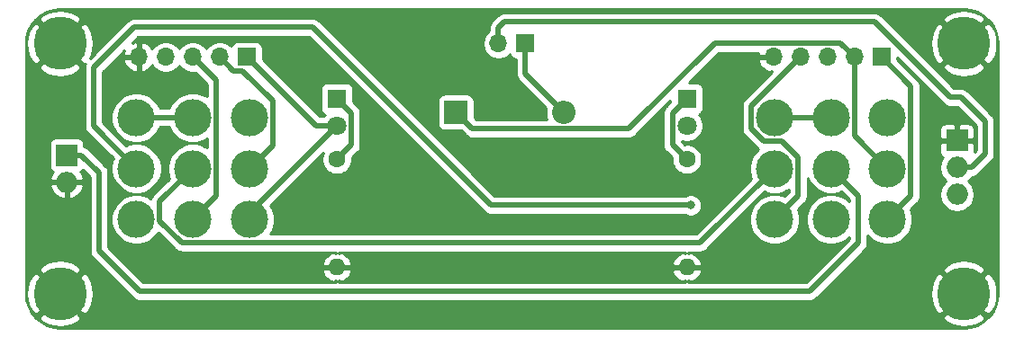
<source format=gbr>
G04 #@! TF.GenerationSoftware,KiCad,Pcbnew,(5.1.7)-1*
G04 #@! TF.CreationDate,2022-04-04T18:58:48-05:00*
G04 #@! TF.ProjectId,ConsolePedalSide,436f6e73-6f6c-4655-9065-64616c536964,rev?*
G04 #@! TF.SameCoordinates,Original*
G04 #@! TF.FileFunction,Copper,L1,Top*
G04 #@! TF.FilePolarity,Positive*
%FSLAX46Y46*%
G04 Gerber Fmt 4.6, Leading zero omitted, Abs format (unit mm)*
G04 Created by KiCad (PCBNEW (5.1.7)-1) date 2022-04-04 18:58:48*
%MOMM*%
%LPD*%
G01*
G04 APERTURE LIST*
G04 #@! TA.AperFunction,ComponentPad*
%ADD10C,3.500000*%
G04 #@! TD*
G04 #@! TA.AperFunction,ComponentPad*
%ADD11O,1.700000X1.700000*%
G04 #@! TD*
G04 #@! TA.AperFunction,ComponentPad*
%ADD12R,1.700000X1.700000*%
G04 #@! TD*
G04 #@! TA.AperFunction,ComponentPad*
%ADD13C,1.800000*%
G04 #@! TD*
G04 #@! TA.AperFunction,ComponentPad*
%ADD14R,1.800000X1.800000*%
G04 #@! TD*
G04 #@! TA.AperFunction,ComponentPad*
%ADD15O,2.200000X2.200000*%
G04 #@! TD*
G04 #@! TA.AperFunction,ComponentPad*
%ADD16R,2.200000X2.200000*%
G04 #@! TD*
G04 #@! TA.AperFunction,ComponentPad*
%ADD17C,5.000000*%
G04 #@! TD*
G04 #@! TA.AperFunction,ComponentPad*
%ADD18O,1.600000X1.600000*%
G04 #@! TD*
G04 #@! TA.AperFunction,ComponentPad*
%ADD19C,1.600000*%
G04 #@! TD*
G04 #@! TA.AperFunction,ComponentPad*
%ADD20R,2.000000X2.000000*%
G04 #@! TD*
G04 #@! TA.AperFunction,ComponentPad*
%ADD21O,2.000000X2.000000*%
G04 #@! TD*
G04 #@! TA.AperFunction,ViaPad*
%ADD22C,0.800000*%
G04 #@! TD*
G04 #@! TA.AperFunction,Conductor*
%ADD23C,0.500000*%
G04 #@! TD*
G04 #@! TA.AperFunction,Conductor*
%ADD24C,0.254000*%
G04 #@! TD*
G04 #@! TA.AperFunction,Conductor*
%ADD25C,0.100000*%
G04 #@! TD*
G04 APERTURE END LIST*
D10*
G04 #@! TO.P,S2,P$9*
G04 #@! TO.N,/SlotBLED*
X168846621Y-115887501D03*
G04 #@! TO.P,S2,P$8*
G04 #@! TO.N,+9V*
X168846621Y-111089441D03*
G04 #@! TO.P,S2,P$7*
G04 #@! TO.N,N/C*
X168846621Y-106291381D03*
G04 #@! TO.P,S2,P$6*
G04 #@! TO.N,/SlotBOutput*
X163548181Y-115887501D03*
G04 #@! TO.P,S2,P$5*
G04 #@! TO.N,Net-(J2-Pad1)*
X163548181Y-111089441D03*
G04 #@! TO.P,S2,P$4*
G04 #@! TO.N,Net-(S2-PadP$1)*
X163548181Y-106291381D03*
G04 #@! TO.P,S2,P$3*
G04 #@! TO.N,/SlotBInput*
X158249741Y-115887501D03*
G04 #@! TO.P,S2,P$2*
G04 #@! TO.N,Net-(S1-PadP$5)*
X158249741Y-111089441D03*
G04 #@! TO.P,S2,P$1*
G04 #@! TO.N,Net-(S2-PadP$1)*
X158249741Y-106291381D03*
G04 #@! TD*
G04 #@! TO.P,S1,P$9*
G04 #@! TO.N,/SlotALED*
X108846621Y-115887501D03*
G04 #@! TO.P,S1,P$8*
G04 #@! TO.N,+9V*
X108846621Y-111089441D03*
G04 #@! TO.P,S1,P$7*
G04 #@! TO.N,N/C*
X108846621Y-106291381D03*
G04 #@! TO.P,S1,P$6*
G04 #@! TO.N,/SlotAOutput*
X103548181Y-115887501D03*
G04 #@! TO.P,S1,P$5*
G04 #@! TO.N,Net-(S1-PadP$5)*
X103548181Y-111089441D03*
G04 #@! TO.P,S1,P$4*
G04 #@! TO.N,Net-(S1-PadP$1)*
X103548181Y-106291381D03*
G04 #@! TO.P,S1,P$3*
G04 #@! TO.N,/SlotAInput*
X98249741Y-115887501D03*
G04 #@! TO.P,S1,P$2*
G04 #@! TO.N,Net-(J1-Pad3)*
X98249741Y-111089441D03*
G04 #@! TO.P,S1,P$1*
G04 #@! TO.N,Net-(S1-PadP$1)*
X98249741Y-106291381D03*
G04 #@! TD*
D11*
G04 #@! TO.P,BT1,2*
G04 #@! TO.N,Net-(BT1-Pad2)*
X132278181Y-99314000D03*
D12*
G04 #@! TO.P,BT1,1*
G04 #@! TO.N,Net-(BT1-Pad1)*
X134818181Y-99314000D03*
G04 #@! TD*
D13*
G04 #@! TO.P,D1,2*
G04 #@! TO.N,/SlotALED*
X117094000Y-107061000D03*
D14*
G04 #@! TO.P,D1,1*
G04 #@! TO.N,Net-(D1-Pad1)*
X117094000Y-104521000D03*
G04 #@! TD*
D15*
G04 #@! TO.P,D2,2*
G04 #@! TO.N,Net-(BT1-Pad1)*
X138430000Y-105791000D03*
D16*
G04 #@! TO.P,D2,1*
G04 #@! TO.N,+9V*
X128270000Y-105791000D03*
G04 #@! TD*
D13*
G04 #@! TO.P,D3,2*
G04 #@! TO.N,/SlotBLED*
X149987000Y-107061000D03*
D14*
G04 #@! TO.P,D3,1*
G04 #@! TO.N,Net-(D3-Pad1)*
X149987000Y-104521000D03*
G04 #@! TD*
D17*
G04 #@! TO.P,H1,1*
G04 #@! TO.N,GND*
X91059000Y-99314000D03*
G04 #@! TD*
G04 #@! TO.P,H2,1*
G04 #@! TO.N,GND*
X176037362Y-99314000D03*
G04 #@! TD*
G04 #@! TO.P,H3,1*
G04 #@! TO.N,GND*
X91059000Y-122864882D03*
G04 #@! TD*
G04 #@! TO.P,H4,1*
G04 #@! TO.N,GND*
X176037362Y-122864882D03*
G04 #@! TD*
D11*
G04 #@! TO.P,J3,5*
G04 #@! TO.N,GND*
X98468181Y-100584000D03*
G04 #@! TO.P,J3,4*
G04 #@! TO.N,/SlotAInput*
X101008181Y-100584000D03*
G04 #@! TO.P,J3,3*
G04 #@! TO.N,/SlotAOutput*
X103548181Y-100584000D03*
G04 #@! TO.P,J3,2*
G04 #@! TO.N,+9V*
X106088181Y-100584000D03*
D12*
G04 #@! TO.P,J3,1*
G04 #@! TO.N,/SlotALED*
X108628181Y-100584000D03*
G04 #@! TD*
D11*
G04 #@! TO.P,J4,5*
G04 #@! TO.N,GND*
X158115000Y-100584000D03*
G04 #@! TO.P,J4,4*
G04 #@! TO.N,/SlotBInput*
X160655000Y-100584000D03*
G04 #@! TO.P,J4,3*
G04 #@! TO.N,/SlotBOutput*
X163195000Y-100584000D03*
G04 #@! TO.P,J4,2*
G04 #@! TO.N,+9V*
X165735000Y-100584000D03*
D12*
G04 #@! TO.P,J4,1*
G04 #@! TO.N,/SlotBLED*
X168275000Y-100584000D03*
G04 #@! TD*
D18*
G04 #@! TO.P,R1,2*
G04 #@! TO.N,GND*
X117094000Y-120396000D03*
D19*
G04 #@! TO.P,R1,1*
G04 #@! TO.N,Net-(D1-Pad1)*
X117094000Y-110236000D03*
G04 #@! TD*
D18*
G04 #@! TO.P,R2,2*
G04 #@! TO.N,GND*
X149987000Y-120396000D03*
D19*
G04 #@! TO.P,R2,1*
G04 #@! TO.N,Net-(D3-Pad1)*
X149987000Y-110236000D03*
G04 #@! TD*
D20*
G04 #@! TO.P,J1,1*
G04 #@! TO.N,GND*
X175387000Y-108458000D03*
D21*
G04 #@! TO.P,J1,2*
G04 #@! TO.N,Net-(BT1-Pad2)*
X175387000Y-110998000D03*
G04 #@! TO.P,J1,3*
G04 #@! TO.N,Net-(J1-Pad3)*
X175387000Y-113538000D03*
G04 #@! TD*
D20*
G04 #@! TO.P,J2,1*
G04 #@! TO.N,Net-(J2-Pad1)*
X91694000Y-109819441D03*
D21*
G04 #@! TO.P,J2,2*
G04 #@! TO.N,GND*
X91694000Y-112359441D03*
G04 #@! TD*
D22*
G04 #@! TO.N,Net-(J1-Pad3)*
X150368000Y-114554000D03*
G04 #@! TD*
D23*
G04 #@! TO.N,Net-(BT1-Pad2)*
X175387000Y-110998000D02*
X176784000Y-110998000D01*
X176784000Y-110998000D02*
X178054000Y-109728000D01*
X178054000Y-109728000D02*
X178054000Y-106680000D01*
X178054000Y-106680000D02*
X175768000Y-104394000D01*
X175768000Y-104394000D02*
X174752000Y-104394000D01*
X174752000Y-104394000D02*
X167640000Y-97282000D01*
X167640000Y-97282000D02*
X132842000Y-97282000D01*
X132278181Y-97845819D02*
X132278181Y-99314000D01*
X132842000Y-97282000D02*
X132278181Y-97845819D01*
G04 #@! TO.N,Net-(BT1-Pad1)*
X134818181Y-102179181D02*
X138430000Y-105791000D01*
X134818181Y-99314000D02*
X134818181Y-102179181D01*
G04 #@! TO.N,Net-(D1-Pad1)*
X118444001Y-105871001D02*
X117094000Y-104521000D01*
X118444001Y-108885999D02*
X118444001Y-105871001D01*
X117094000Y-110236000D02*
X118444001Y-108885999D01*
G04 #@! TO.N,/SlotALED*
X115105181Y-107061000D02*
X108628181Y-100584000D01*
X117094000Y-107061000D02*
X115105181Y-107061000D01*
X108846621Y-115308379D02*
X108846621Y-115887501D01*
X117094000Y-107061000D02*
X108846621Y-115308379D01*
G04 #@! TO.N,+9V*
X164434999Y-99283999D02*
X165735000Y-100584000D01*
X152613999Y-99283999D02*
X164434999Y-99283999D01*
X129820001Y-107341001D02*
X144556997Y-107341001D01*
X144556997Y-107341001D02*
X152613999Y-99283999D01*
X128270000Y-105791000D02*
X129820001Y-107341001D01*
X108234001Y-101884001D02*
X107388182Y-101884001D01*
X107388182Y-101884001D02*
X106088181Y-100584000D01*
X111046622Y-104696622D02*
X108234001Y-101884001D01*
X111046622Y-108889440D02*
X111046622Y-104696622D01*
X108846621Y-111089441D02*
X111046622Y-108889440D01*
X165748182Y-100597182D02*
X165735000Y-100584000D01*
X165748182Y-107991002D02*
X165748182Y-100597182D01*
X168846621Y-111089441D02*
X165748182Y-107991002D01*
G04 #@! TO.N,/SlotBLED*
X171046622Y-103355622D02*
X168275000Y-100584000D01*
X171046622Y-113687500D02*
X171046622Y-103355622D01*
X168846621Y-115887501D02*
X171046622Y-113687500D01*
G04 #@! TO.N,Net-(D3-Pad1)*
X148636999Y-105871001D02*
X149987000Y-104521000D01*
X148636999Y-108885999D02*
X148636999Y-105871001D01*
X149987000Y-110236000D02*
X148636999Y-108885999D01*
G04 #@! TO.N,Net-(J1-Pad3)*
X98249741Y-111089441D02*
X94234000Y-107073700D01*
X94234000Y-107073700D02*
X94234000Y-101600000D01*
X94234000Y-101600000D02*
X98044000Y-97790000D01*
X98044000Y-97790000D02*
X114808000Y-97790000D01*
X131572000Y-114554000D02*
X150368000Y-114554000D01*
X114808000Y-97790000D02*
X131572000Y-114554000D01*
G04 #@! TO.N,Net-(J2-Pad1)*
X163548181Y-111089441D02*
X166116000Y-113657260D01*
X166116000Y-113657260D02*
X166116000Y-118110000D01*
X166116000Y-118110000D02*
X161544000Y-122682000D01*
X161544000Y-122682000D02*
X98552000Y-122682000D01*
X98552000Y-122682000D02*
X94742000Y-118872000D01*
X94742000Y-118872000D02*
X94742000Y-111506000D01*
X93055441Y-109819441D02*
X91694000Y-109819441D01*
X94742000Y-111506000D02*
X93055441Y-109819441D01*
G04 #@! TO.N,/SlotAOutput*
X105748182Y-102784001D02*
X103548181Y-100584000D01*
X105748182Y-113687500D02*
X105748182Y-102784001D01*
X103548181Y-115887501D02*
X105748182Y-113687500D01*
G04 #@! TO.N,/SlotBInput*
X156049740Y-105189260D02*
X160655000Y-100584000D01*
X156049740Y-107347382D02*
X156049740Y-105189260D01*
X157193740Y-108491382D02*
X156049740Y-107347382D01*
X158907684Y-108491382D02*
X157193740Y-108491382D01*
X160449742Y-110033440D02*
X158907684Y-108491382D01*
X160449742Y-113687500D02*
X160449742Y-110033440D01*
X158249741Y-115887501D02*
X160449742Y-113687500D01*
G04 #@! TO.N,Net-(S1-PadP$1)*
X98249741Y-106291381D02*
X103548181Y-106291381D01*
G04 #@! TO.N,Net-(S1-PadP$5)*
X100449742Y-114187880D02*
X103548181Y-111089441D01*
X102492180Y-118087502D02*
X100449742Y-116045064D01*
X100449742Y-116045064D02*
X100449742Y-114187880D01*
X151251680Y-118087502D02*
X102492180Y-118087502D01*
X158249741Y-111089441D02*
X151251680Y-118087502D01*
G04 #@! TO.N,Net-(S2-PadP$1)*
X158249741Y-106291381D02*
X163548181Y-106291381D01*
G04 #@! TD*
D24*
G04 #@! TO.N,GND*
X176661095Y-96163922D02*
X177261070Y-96345065D01*
X177814431Y-96639293D01*
X178300107Y-97035400D01*
X178699598Y-97518301D01*
X178997681Y-98069594D01*
X179183009Y-98668291D01*
X179252363Y-99328152D01*
X179252362Y-122826485D01*
X179187440Y-123488615D01*
X179006297Y-124088588D01*
X178712068Y-124641953D01*
X178315958Y-125127631D01*
X177833061Y-125527117D01*
X177281764Y-125825203D01*
X176683070Y-126010529D01*
X176023221Y-126079882D01*
X91097397Y-126079882D01*
X90435267Y-126014960D01*
X89835294Y-125833817D01*
X89281929Y-125539588D01*
X88796251Y-125143478D01*
X88733836Y-125068030D01*
X89035457Y-125068030D01*
X89311627Y-125486000D01*
X89856557Y-125776531D01*
X90447696Y-125955169D01*
X91062328Y-126015050D01*
X91676831Y-125953872D01*
X92267592Y-125773985D01*
X92806373Y-125486000D01*
X93082543Y-125068030D01*
X174013819Y-125068030D01*
X174289989Y-125486000D01*
X174834919Y-125776531D01*
X175426058Y-125955169D01*
X176040690Y-126015050D01*
X176655193Y-125953872D01*
X177245954Y-125773985D01*
X177784735Y-125486000D01*
X178060905Y-125068030D01*
X176037362Y-123044487D01*
X174013819Y-125068030D01*
X93082543Y-125068030D01*
X91059000Y-123044487D01*
X89035457Y-125068030D01*
X88733836Y-125068030D01*
X88396765Y-124660581D01*
X88098679Y-124109284D01*
X87913353Y-123510590D01*
X87845837Y-122868210D01*
X87908832Y-122868210D01*
X87970010Y-123482713D01*
X88149897Y-124073474D01*
X88437882Y-124612255D01*
X88855852Y-124888425D01*
X90879395Y-122864882D01*
X91238605Y-122864882D01*
X93262148Y-124888425D01*
X93680118Y-124612255D01*
X93970649Y-124067325D01*
X94149287Y-123476186D01*
X94209168Y-122861554D01*
X94147990Y-122247051D01*
X93968103Y-121656290D01*
X93680118Y-121117509D01*
X93262148Y-120841339D01*
X91238605Y-122864882D01*
X90879395Y-122864882D01*
X88855852Y-120841339D01*
X88437882Y-121117509D01*
X88147351Y-121662439D01*
X87968713Y-122253578D01*
X87908832Y-122868210D01*
X87845837Y-122868210D01*
X87844000Y-122850741D01*
X87844000Y-120661734D01*
X89035457Y-120661734D01*
X91059000Y-122685277D01*
X93082543Y-120661734D01*
X92806373Y-120243764D01*
X92261443Y-119953233D01*
X91670304Y-119774595D01*
X91055672Y-119714714D01*
X90441169Y-119775892D01*
X89850408Y-119955779D01*
X89311627Y-120243764D01*
X89035457Y-120661734D01*
X87844000Y-120661734D01*
X87844000Y-112739875D01*
X90103876Y-112739875D01*
X90160498Y-112926548D01*
X90300601Y-113214823D01*
X90494252Y-113470226D01*
X90734008Y-113682942D01*
X91010656Y-113844797D01*
X91313565Y-113949570D01*
X91567000Y-113830756D01*
X91567000Y-112486441D01*
X91821000Y-112486441D01*
X91821000Y-113830756D01*
X92074435Y-113949570D01*
X92377344Y-113844797D01*
X92653992Y-113682942D01*
X92893748Y-113470226D01*
X93087399Y-113214823D01*
X93227502Y-112926548D01*
X93284124Y-112739875D01*
X93164777Y-112486441D01*
X91821000Y-112486441D01*
X91567000Y-112486441D01*
X90223223Y-112486441D01*
X90103876Y-112739875D01*
X87844000Y-112739875D01*
X87844000Y-108819441D01*
X90055928Y-108819441D01*
X90055928Y-110819441D01*
X90068188Y-110943923D01*
X90104498Y-111063621D01*
X90163463Y-111173935D01*
X90242815Y-111270626D01*
X90339506Y-111349978D01*
X90394955Y-111379617D01*
X90300601Y-111504059D01*
X90160498Y-111792334D01*
X90103876Y-111979007D01*
X90223223Y-112232441D01*
X91567000Y-112232441D01*
X91567000Y-112212441D01*
X91821000Y-112212441D01*
X91821000Y-112232441D01*
X93164777Y-112232441D01*
X93284124Y-111979007D01*
X93227502Y-111792334D01*
X93087399Y-111504059D01*
X92993045Y-111379617D01*
X93048494Y-111349978D01*
X93145185Y-111270626D01*
X93194706Y-111210284D01*
X93857001Y-111872580D01*
X93857000Y-118828531D01*
X93852719Y-118872000D01*
X93857000Y-118915469D01*
X93857000Y-118915476D01*
X93869805Y-119045489D01*
X93920411Y-119212312D01*
X94002589Y-119366058D01*
X94113183Y-119500817D01*
X94146956Y-119528534D01*
X97895470Y-123277049D01*
X97923183Y-123310817D01*
X97956951Y-123338530D01*
X97956953Y-123338532D01*
X98057941Y-123421411D01*
X98211686Y-123503589D01*
X98378510Y-123554195D01*
X98508523Y-123567000D01*
X98508531Y-123567000D01*
X98552000Y-123571281D01*
X98595469Y-123567000D01*
X161500531Y-123567000D01*
X161544000Y-123571281D01*
X161587469Y-123567000D01*
X161587477Y-123567000D01*
X161717490Y-123554195D01*
X161884313Y-123503589D01*
X162038059Y-123421411D01*
X162172817Y-123310817D01*
X162200534Y-123277044D01*
X162609368Y-122868210D01*
X172887194Y-122868210D01*
X172948372Y-123482713D01*
X173128259Y-124073474D01*
X173416244Y-124612255D01*
X173834214Y-124888425D01*
X175857757Y-122864882D01*
X176216967Y-122864882D01*
X178240510Y-124888425D01*
X178658480Y-124612255D01*
X178949011Y-124067325D01*
X179127649Y-123476186D01*
X179187530Y-122861554D01*
X179126352Y-122247051D01*
X178946465Y-121656290D01*
X178658480Y-121117509D01*
X178240510Y-120841339D01*
X176216967Y-122864882D01*
X175857757Y-122864882D01*
X173834214Y-120841339D01*
X173416244Y-121117509D01*
X173125713Y-121662439D01*
X172947075Y-122253578D01*
X172887194Y-122868210D01*
X162609368Y-122868210D01*
X164815844Y-120661734D01*
X174013819Y-120661734D01*
X176037362Y-122685277D01*
X178060905Y-120661734D01*
X177784735Y-120243764D01*
X177239805Y-119953233D01*
X176648666Y-119774595D01*
X176034034Y-119714714D01*
X175419531Y-119775892D01*
X174828770Y-119955779D01*
X174289989Y-120243764D01*
X174013819Y-120661734D01*
X164815844Y-120661734D01*
X166711049Y-118766530D01*
X166744817Y-118738817D01*
X166777897Y-118698510D01*
X166855410Y-118604060D01*
X166937588Y-118450314D01*
X166937589Y-118450313D01*
X166988195Y-118283490D01*
X167001000Y-118153477D01*
X167001000Y-118153467D01*
X167005281Y-118110001D01*
X167001000Y-118066535D01*
X167001000Y-117414779D01*
X167326272Y-117740051D01*
X167716900Y-118001061D01*
X168150942Y-118180847D01*
X168611719Y-118272501D01*
X169081523Y-118272501D01*
X169542300Y-118180847D01*
X169976342Y-118001061D01*
X170366970Y-117740051D01*
X170699171Y-117407850D01*
X170960181Y-117017222D01*
X171139967Y-116583180D01*
X171231621Y-116122403D01*
X171231621Y-115652599D01*
X171139967Y-115191822D01*
X171038600Y-114947101D01*
X171641672Y-114344029D01*
X171675439Y-114316317D01*
X171728140Y-114252102D01*
X171786032Y-114181560D01*
X171786033Y-114181559D01*
X171868211Y-114027813D01*
X171918817Y-113860990D01*
X171931622Y-113730977D01*
X171931622Y-113730967D01*
X171935903Y-113687501D01*
X171931622Y-113644035D01*
X171931622Y-107458000D01*
X173748928Y-107458000D01*
X173752000Y-108172250D01*
X173910750Y-108331000D01*
X175260000Y-108331000D01*
X175260000Y-106981750D01*
X175514000Y-106981750D01*
X175514000Y-108331000D01*
X176863250Y-108331000D01*
X177022000Y-108172250D01*
X177025072Y-107458000D01*
X177012812Y-107333518D01*
X176976502Y-107213820D01*
X176917537Y-107103506D01*
X176838185Y-107006815D01*
X176741494Y-106927463D01*
X176631180Y-106868498D01*
X176511482Y-106832188D01*
X176387000Y-106819928D01*
X175672750Y-106823000D01*
X175514000Y-106981750D01*
X175260000Y-106981750D01*
X175101250Y-106823000D01*
X174387000Y-106819928D01*
X174262518Y-106832188D01*
X174142820Y-106868498D01*
X174032506Y-106927463D01*
X173935815Y-107006815D01*
X173856463Y-107103506D01*
X173797498Y-107213820D01*
X173761188Y-107333518D01*
X173748928Y-107458000D01*
X171931622Y-107458000D01*
X171931622Y-103399087D01*
X171935903Y-103355621D01*
X171931622Y-103312155D01*
X171931622Y-103312145D01*
X171918817Y-103182132D01*
X171868211Y-103015309D01*
X171786033Y-102861563D01*
X171675439Y-102726805D01*
X171641671Y-102699092D01*
X169763072Y-100820494D01*
X169763072Y-100656650D01*
X174095470Y-104989049D01*
X174123183Y-105022817D01*
X174156951Y-105050530D01*
X174156953Y-105050532D01*
X174236782Y-105116046D01*
X174257941Y-105133411D01*
X174411687Y-105215589D01*
X174578510Y-105266195D01*
X174708523Y-105279000D01*
X174708531Y-105279000D01*
X174752000Y-105283281D01*
X174795469Y-105279000D01*
X175401422Y-105279000D01*
X177169001Y-107046580D01*
X177169000Y-109361421D01*
X177019899Y-109510522D01*
X177025072Y-109458000D01*
X177022000Y-108743750D01*
X176863250Y-108585000D01*
X175514000Y-108585000D01*
X175514000Y-108605000D01*
X175260000Y-108605000D01*
X175260000Y-108585000D01*
X173910750Y-108585000D01*
X173752000Y-108743750D01*
X173748928Y-109458000D01*
X173761188Y-109582482D01*
X173797498Y-109702180D01*
X173856463Y-109812494D01*
X173935815Y-109909185D01*
X174032506Y-109988537D01*
X174078630Y-110013191D01*
X173938082Y-110223537D01*
X173814832Y-110521088D01*
X173752000Y-110836967D01*
X173752000Y-111159033D01*
X173814832Y-111474912D01*
X173938082Y-111772463D01*
X174117013Y-112040252D01*
X174344748Y-112267987D01*
X174344767Y-112268000D01*
X174344748Y-112268013D01*
X174117013Y-112495748D01*
X173938082Y-112763537D01*
X173814832Y-113061088D01*
X173752000Y-113376967D01*
X173752000Y-113699033D01*
X173814832Y-114014912D01*
X173938082Y-114312463D01*
X174117013Y-114580252D01*
X174344748Y-114807987D01*
X174612537Y-114986918D01*
X174910088Y-115110168D01*
X175225967Y-115173000D01*
X175548033Y-115173000D01*
X175863912Y-115110168D01*
X176161463Y-114986918D01*
X176429252Y-114807987D01*
X176656987Y-114580252D01*
X176835918Y-114312463D01*
X176959168Y-114014912D01*
X177022000Y-113699033D01*
X177022000Y-113376967D01*
X176959168Y-113061088D01*
X176835918Y-112763537D01*
X176656987Y-112495748D01*
X176429252Y-112268013D01*
X176429233Y-112268000D01*
X176429252Y-112267987D01*
X176656987Y-112040252D01*
X176760730Y-111884989D01*
X176784000Y-111887281D01*
X176827469Y-111883000D01*
X176827477Y-111883000D01*
X176957490Y-111870195D01*
X177124313Y-111819589D01*
X177278059Y-111737411D01*
X177412817Y-111626817D01*
X177440534Y-111593044D01*
X178649050Y-110384529D01*
X178682817Y-110356817D01*
X178793411Y-110222059D01*
X178875589Y-110068313D01*
X178926195Y-109901490D01*
X178939000Y-109771477D01*
X178939000Y-109771467D01*
X178943281Y-109728001D01*
X178939000Y-109684535D01*
X178939000Y-106723465D01*
X178943281Y-106679999D01*
X178939000Y-106636533D01*
X178939000Y-106636523D01*
X178926195Y-106506510D01*
X178875589Y-106339687D01*
X178793411Y-106185941D01*
X178748579Y-106131313D01*
X178710532Y-106084953D01*
X178710530Y-106084951D01*
X178682817Y-106051183D01*
X178649049Y-106023470D01*
X176424534Y-103798956D01*
X176396817Y-103765183D01*
X176262059Y-103654589D01*
X176108313Y-103572411D01*
X175941490Y-103521805D01*
X175811477Y-103509000D01*
X175811469Y-103509000D01*
X175768000Y-103504719D01*
X175724531Y-103509000D01*
X175118579Y-103509000D01*
X173126727Y-101517148D01*
X174013819Y-101517148D01*
X174289989Y-101935118D01*
X174834919Y-102225649D01*
X175426058Y-102404287D01*
X176040690Y-102464168D01*
X176655193Y-102402990D01*
X177245954Y-102223103D01*
X177784735Y-101935118D01*
X178060905Y-101517148D01*
X176037362Y-99493605D01*
X174013819Y-101517148D01*
X173126727Y-101517148D01*
X170926907Y-99317328D01*
X172887194Y-99317328D01*
X172948372Y-99931831D01*
X173128259Y-100522592D01*
X173416244Y-101061373D01*
X173834214Y-101337543D01*
X175857757Y-99314000D01*
X176216967Y-99314000D01*
X178240510Y-101337543D01*
X178658480Y-101061373D01*
X178949011Y-100516443D01*
X179127649Y-99925304D01*
X179187530Y-99310672D01*
X179126352Y-98696169D01*
X178946465Y-98105408D01*
X178658480Y-97566627D01*
X178240510Y-97290457D01*
X176216967Y-99314000D01*
X175857757Y-99314000D01*
X173834214Y-97290457D01*
X173416244Y-97566627D01*
X173125713Y-98111557D01*
X172947075Y-98702696D01*
X172887194Y-99317328D01*
X170926907Y-99317328D01*
X168720431Y-97110852D01*
X174013819Y-97110852D01*
X176037362Y-99134395D01*
X178060905Y-97110852D01*
X177784735Y-96692882D01*
X177239805Y-96402351D01*
X176648666Y-96223713D01*
X176034034Y-96163832D01*
X175419531Y-96225010D01*
X174828770Y-96404897D01*
X174289989Y-96692882D01*
X174013819Y-97110852D01*
X168720431Y-97110852D01*
X168296534Y-96686956D01*
X168268817Y-96653183D01*
X168134059Y-96542589D01*
X167980313Y-96460411D01*
X167813490Y-96409805D01*
X167683477Y-96397000D01*
X167683469Y-96397000D01*
X167640000Y-96392719D01*
X167596531Y-96397000D01*
X132885465Y-96397000D01*
X132841999Y-96392719D01*
X132798533Y-96397000D01*
X132798523Y-96397000D01*
X132668510Y-96409805D01*
X132501687Y-96460411D01*
X132347941Y-96542589D01*
X132213183Y-96653183D01*
X132185466Y-96686956D01*
X131683137Y-97189285D01*
X131649364Y-97217002D01*
X131538770Y-97351761D01*
X131456592Y-97505507D01*
X131405986Y-97672330D01*
X131393181Y-97802343D01*
X131393181Y-97802350D01*
X131388900Y-97845819D01*
X131393181Y-97889289D01*
X131393181Y-98119344D01*
X131331549Y-98160525D01*
X131124706Y-98367368D01*
X130962191Y-98610589D01*
X130850249Y-98880842D01*
X130793181Y-99167740D01*
X130793181Y-99460260D01*
X130850249Y-99747158D01*
X130962191Y-100017411D01*
X131124706Y-100260632D01*
X131331549Y-100467475D01*
X131574770Y-100629990D01*
X131845023Y-100741932D01*
X132131921Y-100799000D01*
X132424441Y-100799000D01*
X132711339Y-100741932D01*
X132981592Y-100629990D01*
X133224813Y-100467475D01*
X133356668Y-100335620D01*
X133378679Y-100408180D01*
X133437644Y-100518494D01*
X133516996Y-100615185D01*
X133613687Y-100694537D01*
X133724001Y-100753502D01*
X133843699Y-100789812D01*
X133933182Y-100798625D01*
X133933182Y-102135702D01*
X133928900Y-102179181D01*
X133945986Y-102352671D01*
X133996593Y-102519494D01*
X134078771Y-102673240D01*
X134161649Y-102774227D01*
X134161652Y-102774230D01*
X134189365Y-102807998D01*
X134223132Y-102835710D01*
X136746853Y-105359432D01*
X136695000Y-105620117D01*
X136695000Y-105961883D01*
X136761675Y-106297081D01*
X136827502Y-106456001D01*
X130186580Y-106456001D01*
X130008072Y-106277493D01*
X130008072Y-104691000D01*
X129995812Y-104566518D01*
X129959502Y-104446820D01*
X129900537Y-104336506D01*
X129821185Y-104239815D01*
X129724494Y-104160463D01*
X129614180Y-104101498D01*
X129494482Y-104065188D01*
X129370000Y-104052928D01*
X127170000Y-104052928D01*
X127045518Y-104065188D01*
X126925820Y-104101498D01*
X126815506Y-104160463D01*
X126718815Y-104239815D01*
X126639463Y-104336506D01*
X126580498Y-104446820D01*
X126544188Y-104566518D01*
X126531928Y-104691000D01*
X126531928Y-106891000D01*
X126544188Y-107015482D01*
X126580498Y-107135180D01*
X126639463Y-107245494D01*
X126718815Y-107342185D01*
X126815506Y-107421537D01*
X126925820Y-107480502D01*
X127045518Y-107516812D01*
X127170000Y-107529072D01*
X128756493Y-107529072D01*
X129163471Y-107936050D01*
X129191184Y-107969818D01*
X129224952Y-107997531D01*
X129224954Y-107997533D01*
X129269972Y-108034478D01*
X129325942Y-108080412D01*
X129479688Y-108162590D01*
X129646511Y-108213196D01*
X129776524Y-108226001D01*
X129776534Y-108226001D01*
X129820000Y-108230282D01*
X129863466Y-108226001D01*
X144513528Y-108226001D01*
X144556997Y-108230282D01*
X144600466Y-108226001D01*
X144600474Y-108226001D01*
X144730487Y-108213196D01*
X144897310Y-108162590D01*
X145051056Y-108080412D01*
X145185814Y-107969818D01*
X145213531Y-107936045D01*
X148448928Y-104700648D01*
X148448928Y-104807494D01*
X148041950Y-105214472D01*
X148008183Y-105242184D01*
X147980470Y-105275952D01*
X147980467Y-105275955D01*
X147897589Y-105376942D01*
X147815411Y-105530688D01*
X147764804Y-105697511D01*
X147747718Y-105871001D01*
X147752000Y-105914480D01*
X147751999Y-108842530D01*
X147747718Y-108885999D01*
X147751999Y-108929468D01*
X147751999Y-108929475D01*
X147758734Y-108997853D01*
X147764804Y-109059489D01*
X147780156Y-109110095D01*
X147815410Y-109226311D01*
X147897588Y-109380057D01*
X148008182Y-109514816D01*
X148041955Y-109542533D01*
X148558983Y-110059561D01*
X148552000Y-110094665D01*
X148552000Y-110377335D01*
X148607147Y-110654574D01*
X148715320Y-110915727D01*
X148872363Y-111150759D01*
X149072241Y-111350637D01*
X149307273Y-111507680D01*
X149568426Y-111615853D01*
X149845665Y-111671000D01*
X150128335Y-111671000D01*
X150405574Y-111615853D01*
X150666727Y-111507680D01*
X150901759Y-111350637D01*
X151101637Y-111150759D01*
X151258680Y-110915727D01*
X151366853Y-110654574D01*
X151422000Y-110377335D01*
X151422000Y-110094665D01*
X151366853Y-109817426D01*
X151258680Y-109556273D01*
X151101637Y-109321241D01*
X150901759Y-109121363D01*
X150666727Y-108964320D01*
X150405574Y-108856147D01*
X150128335Y-108801000D01*
X149845665Y-108801000D01*
X149810561Y-108807983D01*
X149539672Y-108537093D01*
X149835816Y-108596000D01*
X150138184Y-108596000D01*
X150434743Y-108537011D01*
X150714095Y-108421299D01*
X150965505Y-108253312D01*
X151179312Y-108039505D01*
X151347299Y-107788095D01*
X151463011Y-107508743D01*
X151522000Y-107212184D01*
X151522000Y-106909816D01*
X151463011Y-106613257D01*
X151347299Y-106333905D01*
X151179312Y-106082495D01*
X151112873Y-106016056D01*
X151131180Y-106010502D01*
X151241494Y-105951537D01*
X151338185Y-105872185D01*
X151417537Y-105775494D01*
X151476502Y-105665180D01*
X151512812Y-105545482D01*
X151525072Y-105421000D01*
X151525072Y-103621000D01*
X151512812Y-103496518D01*
X151476502Y-103376820D01*
X151417537Y-103266506D01*
X151338185Y-103169815D01*
X151241494Y-103090463D01*
X151131180Y-103031498D01*
X151011482Y-102995188D01*
X150887000Y-102982928D01*
X150166649Y-102982928D01*
X152980578Y-100168999D01*
X156694132Y-100168999D01*
X156673519Y-100227109D01*
X156794186Y-100457000D01*
X157988000Y-100457000D01*
X157988000Y-100437000D01*
X158242000Y-100437000D01*
X158242000Y-100457000D01*
X158262000Y-100457000D01*
X158262000Y-100711000D01*
X158242000Y-100711000D01*
X158242000Y-100731000D01*
X157988000Y-100731000D01*
X157988000Y-100711000D01*
X156794186Y-100711000D01*
X156673519Y-100940891D01*
X156770843Y-101215252D01*
X156919822Y-101465355D01*
X157114731Y-101681588D01*
X157348080Y-101855641D01*
X157610901Y-101980825D01*
X157758110Y-102025476D01*
X157987998Y-101904156D01*
X157987998Y-101999423D01*
X155454692Y-104532730D01*
X155420924Y-104560443D01*
X155393211Y-104594211D01*
X155393208Y-104594214D01*
X155310330Y-104695201D01*
X155228152Y-104848947D01*
X155177545Y-105015770D01*
X155160459Y-105189260D01*
X155164741Y-105232739D01*
X155164740Y-107303913D01*
X155160459Y-107347382D01*
X155164740Y-107390851D01*
X155164740Y-107390858D01*
X155173569Y-107480502D01*
X155176917Y-107514490D01*
X155177545Y-107520871D01*
X155228151Y-107687694D01*
X155310329Y-107841440D01*
X155420923Y-107976199D01*
X155454696Y-108003916D01*
X156537210Y-109086431D01*
X156564923Y-109120199D01*
X156598691Y-109147912D01*
X156598693Y-109147914D01*
X156650735Y-109190624D01*
X156699681Y-109230793D01*
X156723017Y-109243266D01*
X156397191Y-109569092D01*
X156136181Y-109959720D01*
X155956395Y-110393762D01*
X155864741Y-110854539D01*
X155864741Y-111324343D01*
X155956395Y-111785120D01*
X156057762Y-112029841D01*
X150885102Y-117202502D01*
X110836381Y-117202502D01*
X110960181Y-117017222D01*
X111139967Y-116583180D01*
X111231621Y-116122403D01*
X111231621Y-115652599D01*
X111139967Y-115191822D01*
X110960181Y-114757780D01*
X110835458Y-114571120D01*
X115802531Y-109604048D01*
X115714147Y-109817426D01*
X115659000Y-110094665D01*
X115659000Y-110377335D01*
X115714147Y-110654574D01*
X115822320Y-110915727D01*
X115979363Y-111150759D01*
X116179241Y-111350637D01*
X116414273Y-111507680D01*
X116675426Y-111615853D01*
X116952665Y-111671000D01*
X117235335Y-111671000D01*
X117512574Y-111615853D01*
X117773727Y-111507680D01*
X118008759Y-111350637D01*
X118208637Y-111150759D01*
X118365680Y-110915727D01*
X118473853Y-110654574D01*
X118529000Y-110377335D01*
X118529000Y-110094665D01*
X118522017Y-110059561D01*
X119039051Y-109542528D01*
X119072818Y-109514816D01*
X119100534Y-109481045D01*
X119183412Y-109380058D01*
X119192530Y-109363000D01*
X119265590Y-109226312D01*
X119316196Y-109059489D01*
X119329001Y-108929476D01*
X119329001Y-108929468D01*
X119333282Y-108885999D01*
X119329001Y-108842530D01*
X119329001Y-105914470D01*
X119333282Y-105871001D01*
X119329001Y-105827532D01*
X119329001Y-105827524D01*
X119316196Y-105697511D01*
X119265590Y-105530688D01*
X119183412Y-105376942D01*
X119141144Y-105325439D01*
X119100533Y-105275954D01*
X119100531Y-105275952D01*
X119072818Y-105242184D01*
X119039050Y-105214471D01*
X118632072Y-104807493D01*
X118632072Y-103621000D01*
X118619812Y-103496518D01*
X118583502Y-103376820D01*
X118524537Y-103266506D01*
X118445185Y-103169815D01*
X118348494Y-103090463D01*
X118238180Y-103031498D01*
X118118482Y-102995188D01*
X117994000Y-102982928D01*
X116194000Y-102982928D01*
X116069518Y-102995188D01*
X115949820Y-103031498D01*
X115839506Y-103090463D01*
X115742815Y-103169815D01*
X115663463Y-103266506D01*
X115604498Y-103376820D01*
X115568188Y-103496518D01*
X115555928Y-103621000D01*
X115555928Y-105421000D01*
X115568188Y-105545482D01*
X115604498Y-105665180D01*
X115663463Y-105775494D01*
X115742815Y-105872185D01*
X115839506Y-105951537D01*
X115949820Y-106010502D01*
X115968127Y-106016056D01*
X115901688Y-106082495D01*
X115839210Y-106176000D01*
X115471760Y-106176000D01*
X110116253Y-100820494D01*
X110116253Y-99734000D01*
X110103993Y-99609518D01*
X110067683Y-99489820D01*
X110008718Y-99379506D01*
X109929366Y-99282815D01*
X109832675Y-99203463D01*
X109722361Y-99144498D01*
X109602663Y-99108188D01*
X109478181Y-99095928D01*
X107778181Y-99095928D01*
X107653699Y-99108188D01*
X107534001Y-99144498D01*
X107423687Y-99203463D01*
X107326996Y-99282815D01*
X107247644Y-99379506D01*
X107188679Y-99489820D01*
X107166668Y-99562380D01*
X107034813Y-99430525D01*
X106791592Y-99268010D01*
X106521339Y-99156068D01*
X106234441Y-99099000D01*
X105941921Y-99099000D01*
X105655023Y-99156068D01*
X105384770Y-99268010D01*
X105141549Y-99430525D01*
X104934706Y-99637368D01*
X104818181Y-99811760D01*
X104701656Y-99637368D01*
X104494813Y-99430525D01*
X104251592Y-99268010D01*
X103981339Y-99156068D01*
X103694441Y-99099000D01*
X103401921Y-99099000D01*
X103115023Y-99156068D01*
X102844770Y-99268010D01*
X102601549Y-99430525D01*
X102394706Y-99637368D01*
X102278181Y-99811760D01*
X102161656Y-99637368D01*
X101954813Y-99430525D01*
X101711592Y-99268010D01*
X101441339Y-99156068D01*
X101154441Y-99099000D01*
X100861921Y-99099000D01*
X100575023Y-99156068D01*
X100304770Y-99268010D01*
X100061549Y-99430525D01*
X99854706Y-99637368D01*
X99732986Y-99819534D01*
X99663359Y-99702645D01*
X99468450Y-99486412D01*
X99235101Y-99312359D01*
X98972280Y-99187175D01*
X98825071Y-99142524D01*
X98595181Y-99263845D01*
X98595181Y-100457000D01*
X98615181Y-100457000D01*
X98615181Y-100711000D01*
X98595181Y-100711000D01*
X98595181Y-101904155D01*
X98825071Y-102025476D01*
X98972280Y-101980825D01*
X99235101Y-101855641D01*
X99468450Y-101681588D01*
X99663359Y-101465355D01*
X99732986Y-101348466D01*
X99854706Y-101530632D01*
X100061549Y-101737475D01*
X100304770Y-101899990D01*
X100575023Y-102011932D01*
X100861921Y-102069000D01*
X101154441Y-102069000D01*
X101441339Y-102011932D01*
X101711592Y-101899990D01*
X101954813Y-101737475D01*
X102161656Y-101530632D01*
X102278181Y-101356240D01*
X102394706Y-101530632D01*
X102601549Y-101737475D01*
X102844770Y-101899990D01*
X103115023Y-102011932D01*
X103401921Y-102069000D01*
X103694441Y-102069000D01*
X103767141Y-102054539D01*
X104863183Y-103150581D01*
X104863183Y-104301622D01*
X104677902Y-104177821D01*
X104243860Y-103998035D01*
X103783083Y-103906381D01*
X103313279Y-103906381D01*
X102852502Y-103998035D01*
X102418460Y-104177821D01*
X102027832Y-104438831D01*
X101695631Y-104771032D01*
X101434621Y-105161660D01*
X101333254Y-105406381D01*
X100464668Y-105406381D01*
X100363301Y-105161660D01*
X100102291Y-104771032D01*
X99770090Y-104438831D01*
X99379462Y-104177821D01*
X98945420Y-103998035D01*
X98484643Y-103906381D01*
X98014839Y-103906381D01*
X97554062Y-103998035D01*
X97120020Y-104177821D01*
X96729392Y-104438831D01*
X96397191Y-104771032D01*
X96136181Y-105161660D01*
X95956395Y-105595702D01*
X95864741Y-106056479D01*
X95864741Y-106526283D01*
X95956395Y-106987060D01*
X96136181Y-107421102D01*
X96397191Y-107811730D01*
X96729392Y-108143931D01*
X97120020Y-108404941D01*
X97554062Y-108584727D01*
X98014839Y-108676381D01*
X98484643Y-108676381D01*
X98945420Y-108584727D01*
X99379462Y-108404941D01*
X99770090Y-108143931D01*
X100102291Y-107811730D01*
X100363301Y-107421102D01*
X100464668Y-107176381D01*
X101333254Y-107176381D01*
X101434621Y-107421102D01*
X101695631Y-107811730D01*
X102027832Y-108143931D01*
X102418460Y-108404941D01*
X102852502Y-108584727D01*
X103313279Y-108676381D01*
X103783083Y-108676381D01*
X104243860Y-108584727D01*
X104677902Y-108404941D01*
X104863182Y-108281140D01*
X104863182Y-109099682D01*
X104677902Y-108975881D01*
X104243860Y-108796095D01*
X103783083Y-108704441D01*
X103313279Y-108704441D01*
X102852502Y-108796095D01*
X102418460Y-108975881D01*
X102027832Y-109236891D01*
X101695631Y-109569092D01*
X101434621Y-109959720D01*
X101254835Y-110393762D01*
X101163181Y-110854539D01*
X101163181Y-111324343D01*
X101254835Y-111785120D01*
X101356202Y-112029842D01*
X99854693Y-113531351D01*
X99820926Y-113559063D01*
X99793213Y-113592831D01*
X99793210Y-113592834D01*
X99710332Y-113693821D01*
X99628154Y-113847567D01*
X99604811Y-113924515D01*
X99379462Y-113773941D01*
X98945420Y-113594155D01*
X98484643Y-113502501D01*
X98014839Y-113502501D01*
X97554062Y-113594155D01*
X97120020Y-113773941D01*
X96729392Y-114034951D01*
X96397191Y-114367152D01*
X96136181Y-114757780D01*
X95956395Y-115191822D01*
X95864741Y-115652599D01*
X95864741Y-116122403D01*
X95956395Y-116583180D01*
X96136181Y-117017222D01*
X96397191Y-117407850D01*
X96729392Y-117740051D01*
X97120020Y-118001061D01*
X97554062Y-118180847D01*
X98014839Y-118272501D01*
X98484643Y-118272501D01*
X98945420Y-118180847D01*
X99379462Y-118001061D01*
X99770090Y-117740051D01*
X100102291Y-117407850D01*
X100286004Y-117132904D01*
X101835650Y-118682551D01*
X101863363Y-118716319D01*
X101897131Y-118744032D01*
X101897133Y-118744034D01*
X101998121Y-118826913D01*
X102151866Y-118909091D01*
X102318690Y-118959697D01*
X102448703Y-118972502D01*
X102448711Y-118972502D01*
X102492180Y-118976783D01*
X102535649Y-118972502D01*
X116966998Y-118972502D01*
X116966998Y-119126084D01*
X116744961Y-119004096D01*
X116610913Y-119044754D01*
X116356580Y-119164963D01*
X116130586Y-119332481D01*
X115941615Y-119540869D01*
X115796930Y-119782119D01*
X115702091Y-120046960D01*
X115823376Y-120269000D01*
X116967000Y-120269000D01*
X116967000Y-120249000D01*
X117221000Y-120249000D01*
X117221000Y-120269000D01*
X118364624Y-120269000D01*
X118485909Y-120046960D01*
X118391070Y-119782119D01*
X118246385Y-119540869D01*
X118057414Y-119332481D01*
X117831420Y-119164963D01*
X117577087Y-119044754D01*
X117443039Y-119004096D01*
X117221002Y-119126084D01*
X117221002Y-118972502D01*
X149859998Y-118972502D01*
X149859998Y-119126084D01*
X149637961Y-119004096D01*
X149503913Y-119044754D01*
X149249580Y-119164963D01*
X149023586Y-119332481D01*
X148834615Y-119540869D01*
X148689930Y-119782119D01*
X148595091Y-120046960D01*
X148716376Y-120269000D01*
X149860000Y-120269000D01*
X149860000Y-120249000D01*
X150114000Y-120249000D01*
X150114000Y-120269000D01*
X151257624Y-120269000D01*
X151378909Y-120046960D01*
X151284070Y-119782119D01*
X151139385Y-119540869D01*
X150950414Y-119332481D01*
X150724420Y-119164963D01*
X150470087Y-119044754D01*
X150336039Y-119004096D01*
X150114002Y-119126084D01*
X150114002Y-118972502D01*
X151208211Y-118972502D01*
X151251680Y-118976783D01*
X151295149Y-118972502D01*
X151295157Y-118972502D01*
X151425170Y-118959697D01*
X151591993Y-118909091D01*
X151745739Y-118826913D01*
X151880497Y-118716319D01*
X151908214Y-118682546D01*
X157309341Y-113281420D01*
X157554062Y-113382787D01*
X158014839Y-113474441D01*
X158484643Y-113474441D01*
X158945420Y-113382787D01*
X159379462Y-113203001D01*
X159564742Y-113079200D01*
X159564742Y-113320921D01*
X159190141Y-113695522D01*
X158945420Y-113594155D01*
X158484643Y-113502501D01*
X158014839Y-113502501D01*
X157554062Y-113594155D01*
X157120020Y-113773941D01*
X156729392Y-114034951D01*
X156397191Y-114367152D01*
X156136181Y-114757780D01*
X155956395Y-115191822D01*
X155864741Y-115652599D01*
X155864741Y-116122403D01*
X155956395Y-116583180D01*
X156136181Y-117017222D01*
X156397191Y-117407850D01*
X156729392Y-117740051D01*
X157120020Y-118001061D01*
X157554062Y-118180847D01*
X158014839Y-118272501D01*
X158484643Y-118272501D01*
X158945420Y-118180847D01*
X159379462Y-118001061D01*
X159770090Y-117740051D01*
X160102291Y-117407850D01*
X160363301Y-117017222D01*
X160543087Y-116583180D01*
X160634741Y-116122403D01*
X160634741Y-115652599D01*
X160543087Y-115191822D01*
X160441720Y-114947101D01*
X161044792Y-114344029D01*
X161078559Y-114316317D01*
X161131260Y-114252102D01*
X161189152Y-114181560D01*
X161189153Y-114181559D01*
X161271331Y-114027813D01*
X161321937Y-113860990D01*
X161334742Y-113730977D01*
X161334742Y-113730967D01*
X161339023Y-113687501D01*
X161334742Y-113644035D01*
X161334742Y-111978033D01*
X161434621Y-112219162D01*
X161695631Y-112609790D01*
X162027832Y-112941991D01*
X162418460Y-113203001D01*
X162852502Y-113382787D01*
X163313279Y-113474441D01*
X163783083Y-113474441D01*
X164243860Y-113382787D01*
X164488581Y-113281420D01*
X165231000Y-114023839D01*
X165231000Y-114197421D01*
X165068530Y-114034951D01*
X164677902Y-113773941D01*
X164243860Y-113594155D01*
X163783083Y-113502501D01*
X163313279Y-113502501D01*
X162852502Y-113594155D01*
X162418460Y-113773941D01*
X162027832Y-114034951D01*
X161695631Y-114367152D01*
X161434621Y-114757780D01*
X161254835Y-115191822D01*
X161163181Y-115652599D01*
X161163181Y-116122403D01*
X161254835Y-116583180D01*
X161434621Y-117017222D01*
X161695631Y-117407850D01*
X162027832Y-117740051D01*
X162418460Y-118001061D01*
X162852502Y-118180847D01*
X163313279Y-118272501D01*
X163783083Y-118272501D01*
X164243860Y-118180847D01*
X164677902Y-118001061D01*
X165068530Y-117740051D01*
X165231001Y-117577580D01*
X165231001Y-117743420D01*
X161177422Y-121797000D01*
X150114002Y-121797000D01*
X150114002Y-121665916D01*
X150336039Y-121787904D01*
X150470087Y-121747246D01*
X150724420Y-121627037D01*
X150950414Y-121459519D01*
X151139385Y-121251131D01*
X151284070Y-121009881D01*
X151378909Y-120745040D01*
X151257624Y-120523000D01*
X150114000Y-120523000D01*
X150114000Y-120543000D01*
X149860000Y-120543000D01*
X149860000Y-120523000D01*
X148716376Y-120523000D01*
X148595091Y-120745040D01*
X148689930Y-121009881D01*
X148834615Y-121251131D01*
X149023586Y-121459519D01*
X149249580Y-121627037D01*
X149503913Y-121747246D01*
X149637961Y-121787904D01*
X149859998Y-121665916D01*
X149859998Y-121797000D01*
X117221002Y-121797000D01*
X117221002Y-121665916D01*
X117443039Y-121787904D01*
X117577087Y-121747246D01*
X117831420Y-121627037D01*
X118057414Y-121459519D01*
X118246385Y-121251131D01*
X118391070Y-121009881D01*
X118485909Y-120745040D01*
X118364624Y-120523000D01*
X117221000Y-120523000D01*
X117221000Y-120543000D01*
X116967000Y-120543000D01*
X116967000Y-120523000D01*
X115823376Y-120523000D01*
X115702091Y-120745040D01*
X115796930Y-121009881D01*
X115941615Y-121251131D01*
X116130586Y-121459519D01*
X116356580Y-121627037D01*
X116610913Y-121747246D01*
X116744961Y-121787904D01*
X116966998Y-121665916D01*
X116966998Y-121797000D01*
X98918579Y-121797000D01*
X95627000Y-118505422D01*
X95627000Y-111549469D01*
X95631281Y-111506000D01*
X95627000Y-111462531D01*
X95627000Y-111462523D01*
X95614195Y-111332510D01*
X95611718Y-111324343D01*
X95563589Y-111165686D01*
X95481411Y-111011941D01*
X95398532Y-110910953D01*
X95398530Y-110910951D01*
X95370817Y-110877183D01*
X95337049Y-110849470D01*
X93711975Y-109224397D01*
X93684258Y-109190624D01*
X93549500Y-109080030D01*
X93395754Y-108997852D01*
X93332072Y-108978534D01*
X93332072Y-108819441D01*
X93319812Y-108694959D01*
X93283502Y-108575261D01*
X93224537Y-108464947D01*
X93145185Y-108368256D01*
X93048494Y-108288904D01*
X92938180Y-108229939D01*
X92818482Y-108193629D01*
X92694000Y-108181369D01*
X90694000Y-108181369D01*
X90569518Y-108193629D01*
X90449820Y-108229939D01*
X90339506Y-108288904D01*
X90242815Y-108368256D01*
X90163463Y-108464947D01*
X90104498Y-108575261D01*
X90068188Y-108694959D01*
X90055928Y-108819441D01*
X87844000Y-108819441D01*
X87844000Y-101517148D01*
X89035457Y-101517148D01*
X89311627Y-101935118D01*
X89856557Y-102225649D01*
X90447696Y-102404287D01*
X91062328Y-102464168D01*
X91676831Y-102402990D01*
X92267592Y-102223103D01*
X92806373Y-101935118D01*
X93082543Y-101517148D01*
X91059000Y-99493605D01*
X89035457Y-101517148D01*
X87844000Y-101517148D01*
X87844000Y-99352397D01*
X87847438Y-99317328D01*
X87908832Y-99317328D01*
X87970010Y-99931831D01*
X88149897Y-100522592D01*
X88437882Y-101061373D01*
X88855852Y-101337543D01*
X90879395Y-99314000D01*
X91238605Y-99314000D01*
X93262148Y-101337543D01*
X93430120Y-101226557D01*
X93412412Y-101259687D01*
X93361805Y-101426510D01*
X93344719Y-101600000D01*
X93349001Y-101643479D01*
X93349000Y-107030231D01*
X93344719Y-107073700D01*
X93349000Y-107117169D01*
X93349000Y-107117176D01*
X93360212Y-107231014D01*
X93361805Y-107247190D01*
X93377157Y-107297796D01*
X93412411Y-107414012D01*
X93494589Y-107567758D01*
X93605183Y-107702517D01*
X93638956Y-107730234D01*
X96057762Y-110149041D01*
X95956395Y-110393762D01*
X95864741Y-110854539D01*
X95864741Y-111324343D01*
X95956395Y-111785120D01*
X96136181Y-112219162D01*
X96397191Y-112609790D01*
X96729392Y-112941991D01*
X97120020Y-113203001D01*
X97554062Y-113382787D01*
X98014839Y-113474441D01*
X98484643Y-113474441D01*
X98945420Y-113382787D01*
X99379462Y-113203001D01*
X99770090Y-112941991D01*
X100102291Y-112609790D01*
X100363301Y-112219162D01*
X100543087Y-111785120D01*
X100634741Y-111324343D01*
X100634741Y-110854539D01*
X100543087Y-110393762D01*
X100363301Y-109959720D01*
X100102291Y-109569092D01*
X99770090Y-109236891D01*
X99379462Y-108975881D01*
X98945420Y-108796095D01*
X98484643Y-108704441D01*
X98014839Y-108704441D01*
X97554062Y-108796095D01*
X97309341Y-108897462D01*
X95119000Y-106707122D01*
X95119000Y-101966578D01*
X96144687Y-100940891D01*
X97026700Y-100940891D01*
X97124024Y-101215252D01*
X97273003Y-101465355D01*
X97467912Y-101681588D01*
X97701261Y-101855641D01*
X97964082Y-101980825D01*
X98111291Y-102025476D01*
X98341181Y-101904155D01*
X98341181Y-100711000D01*
X97147367Y-100711000D01*
X97026700Y-100940891D01*
X96144687Y-100940891D01*
X97119183Y-99966396D01*
X97026700Y-100227109D01*
X97147367Y-100457000D01*
X98341181Y-100457000D01*
X98341181Y-99263845D01*
X98111291Y-99142524D01*
X97964082Y-99187175D01*
X97838668Y-99246911D01*
X98410579Y-98675000D01*
X114441422Y-98675000D01*
X130915470Y-115149049D01*
X130943183Y-115182817D01*
X130976951Y-115210530D01*
X130976953Y-115210532D01*
X131043203Y-115264902D01*
X131077941Y-115293411D01*
X131231687Y-115375589D01*
X131398510Y-115426195D01*
X131528523Y-115439000D01*
X131528533Y-115439000D01*
X131571999Y-115443281D01*
X131615465Y-115439000D01*
X149829546Y-115439000D01*
X149877744Y-115471205D01*
X150066102Y-115549226D01*
X150266061Y-115589000D01*
X150469939Y-115589000D01*
X150669898Y-115549226D01*
X150858256Y-115471205D01*
X151027774Y-115357937D01*
X151171937Y-115213774D01*
X151285205Y-115044256D01*
X151363226Y-114855898D01*
X151403000Y-114655939D01*
X151403000Y-114452061D01*
X151363226Y-114252102D01*
X151285205Y-114063744D01*
X151171937Y-113894226D01*
X151027774Y-113750063D01*
X150858256Y-113636795D01*
X150669898Y-113558774D01*
X150469939Y-113519000D01*
X150266061Y-113519000D01*
X150066102Y-113558774D01*
X149877744Y-113636795D01*
X149829546Y-113669000D01*
X131938579Y-113669000D01*
X115464534Y-97194956D01*
X115436817Y-97161183D01*
X115302059Y-97050589D01*
X115148313Y-96968411D01*
X114981490Y-96917805D01*
X114851477Y-96905000D01*
X114851469Y-96905000D01*
X114808000Y-96900719D01*
X114764531Y-96905000D01*
X98087469Y-96905000D01*
X98044000Y-96900719D01*
X98000531Y-96905000D01*
X98000523Y-96905000D01*
X97870510Y-96917805D01*
X97703686Y-96968411D01*
X97549941Y-97050589D01*
X97448953Y-97133468D01*
X97448951Y-97133470D01*
X97415183Y-97161183D01*
X97387470Y-97194951D01*
X93861779Y-100720642D01*
X93970649Y-100516443D01*
X94149287Y-99925304D01*
X94209168Y-99310672D01*
X94147990Y-98696169D01*
X93968103Y-98105408D01*
X93680118Y-97566627D01*
X93262148Y-97290457D01*
X91238605Y-99314000D01*
X90879395Y-99314000D01*
X88855852Y-97290457D01*
X88437882Y-97566627D01*
X88147351Y-98111557D01*
X87968713Y-98702696D01*
X87908832Y-99317328D01*
X87847438Y-99317328D01*
X87908922Y-98690267D01*
X88090065Y-98090292D01*
X88384293Y-97536931D01*
X88731793Y-97110852D01*
X89035457Y-97110852D01*
X91059000Y-99134395D01*
X93082543Y-97110852D01*
X92806373Y-96692882D01*
X92261443Y-96402351D01*
X91670304Y-96223713D01*
X91055672Y-96163832D01*
X90441169Y-96225010D01*
X89850408Y-96404897D01*
X89311627Y-96692882D01*
X89035457Y-97110852D01*
X88731793Y-97110852D01*
X88780400Y-97051255D01*
X89263301Y-96651764D01*
X89814594Y-96353681D01*
X90413291Y-96168353D01*
X91073142Y-96099000D01*
X175998965Y-96099000D01*
X176661095Y-96163922D01*
G04 #@! TA.AperFunction,Conductor*
D25*
G36*
X176661095Y-96163922D02*
G01*
X177261070Y-96345065D01*
X177814431Y-96639293D01*
X178300107Y-97035400D01*
X178699598Y-97518301D01*
X178997681Y-98069594D01*
X179183009Y-98668291D01*
X179252363Y-99328152D01*
X179252362Y-122826485D01*
X179187440Y-123488615D01*
X179006297Y-124088588D01*
X178712068Y-124641953D01*
X178315958Y-125127631D01*
X177833061Y-125527117D01*
X177281764Y-125825203D01*
X176683070Y-126010529D01*
X176023221Y-126079882D01*
X91097397Y-126079882D01*
X90435267Y-126014960D01*
X89835294Y-125833817D01*
X89281929Y-125539588D01*
X88796251Y-125143478D01*
X88733836Y-125068030D01*
X89035457Y-125068030D01*
X89311627Y-125486000D01*
X89856557Y-125776531D01*
X90447696Y-125955169D01*
X91062328Y-126015050D01*
X91676831Y-125953872D01*
X92267592Y-125773985D01*
X92806373Y-125486000D01*
X93082543Y-125068030D01*
X174013819Y-125068030D01*
X174289989Y-125486000D01*
X174834919Y-125776531D01*
X175426058Y-125955169D01*
X176040690Y-126015050D01*
X176655193Y-125953872D01*
X177245954Y-125773985D01*
X177784735Y-125486000D01*
X178060905Y-125068030D01*
X176037362Y-123044487D01*
X174013819Y-125068030D01*
X93082543Y-125068030D01*
X91059000Y-123044487D01*
X89035457Y-125068030D01*
X88733836Y-125068030D01*
X88396765Y-124660581D01*
X88098679Y-124109284D01*
X87913353Y-123510590D01*
X87845837Y-122868210D01*
X87908832Y-122868210D01*
X87970010Y-123482713D01*
X88149897Y-124073474D01*
X88437882Y-124612255D01*
X88855852Y-124888425D01*
X90879395Y-122864882D01*
X91238605Y-122864882D01*
X93262148Y-124888425D01*
X93680118Y-124612255D01*
X93970649Y-124067325D01*
X94149287Y-123476186D01*
X94209168Y-122861554D01*
X94147990Y-122247051D01*
X93968103Y-121656290D01*
X93680118Y-121117509D01*
X93262148Y-120841339D01*
X91238605Y-122864882D01*
X90879395Y-122864882D01*
X88855852Y-120841339D01*
X88437882Y-121117509D01*
X88147351Y-121662439D01*
X87968713Y-122253578D01*
X87908832Y-122868210D01*
X87845837Y-122868210D01*
X87844000Y-122850741D01*
X87844000Y-120661734D01*
X89035457Y-120661734D01*
X91059000Y-122685277D01*
X93082543Y-120661734D01*
X92806373Y-120243764D01*
X92261443Y-119953233D01*
X91670304Y-119774595D01*
X91055672Y-119714714D01*
X90441169Y-119775892D01*
X89850408Y-119955779D01*
X89311627Y-120243764D01*
X89035457Y-120661734D01*
X87844000Y-120661734D01*
X87844000Y-112739875D01*
X90103876Y-112739875D01*
X90160498Y-112926548D01*
X90300601Y-113214823D01*
X90494252Y-113470226D01*
X90734008Y-113682942D01*
X91010656Y-113844797D01*
X91313565Y-113949570D01*
X91567000Y-113830756D01*
X91567000Y-112486441D01*
X91821000Y-112486441D01*
X91821000Y-113830756D01*
X92074435Y-113949570D01*
X92377344Y-113844797D01*
X92653992Y-113682942D01*
X92893748Y-113470226D01*
X93087399Y-113214823D01*
X93227502Y-112926548D01*
X93284124Y-112739875D01*
X93164777Y-112486441D01*
X91821000Y-112486441D01*
X91567000Y-112486441D01*
X90223223Y-112486441D01*
X90103876Y-112739875D01*
X87844000Y-112739875D01*
X87844000Y-108819441D01*
X90055928Y-108819441D01*
X90055928Y-110819441D01*
X90068188Y-110943923D01*
X90104498Y-111063621D01*
X90163463Y-111173935D01*
X90242815Y-111270626D01*
X90339506Y-111349978D01*
X90394955Y-111379617D01*
X90300601Y-111504059D01*
X90160498Y-111792334D01*
X90103876Y-111979007D01*
X90223223Y-112232441D01*
X91567000Y-112232441D01*
X91567000Y-112212441D01*
X91821000Y-112212441D01*
X91821000Y-112232441D01*
X93164777Y-112232441D01*
X93284124Y-111979007D01*
X93227502Y-111792334D01*
X93087399Y-111504059D01*
X92993045Y-111379617D01*
X93048494Y-111349978D01*
X93145185Y-111270626D01*
X93194706Y-111210284D01*
X93857001Y-111872580D01*
X93857000Y-118828531D01*
X93852719Y-118872000D01*
X93857000Y-118915469D01*
X93857000Y-118915476D01*
X93869805Y-119045489D01*
X93920411Y-119212312D01*
X94002589Y-119366058D01*
X94113183Y-119500817D01*
X94146956Y-119528534D01*
X97895470Y-123277049D01*
X97923183Y-123310817D01*
X97956951Y-123338530D01*
X97956953Y-123338532D01*
X98057941Y-123421411D01*
X98211686Y-123503589D01*
X98378510Y-123554195D01*
X98508523Y-123567000D01*
X98508531Y-123567000D01*
X98552000Y-123571281D01*
X98595469Y-123567000D01*
X161500531Y-123567000D01*
X161544000Y-123571281D01*
X161587469Y-123567000D01*
X161587477Y-123567000D01*
X161717490Y-123554195D01*
X161884313Y-123503589D01*
X162038059Y-123421411D01*
X162172817Y-123310817D01*
X162200534Y-123277044D01*
X162609368Y-122868210D01*
X172887194Y-122868210D01*
X172948372Y-123482713D01*
X173128259Y-124073474D01*
X173416244Y-124612255D01*
X173834214Y-124888425D01*
X175857757Y-122864882D01*
X176216967Y-122864882D01*
X178240510Y-124888425D01*
X178658480Y-124612255D01*
X178949011Y-124067325D01*
X179127649Y-123476186D01*
X179187530Y-122861554D01*
X179126352Y-122247051D01*
X178946465Y-121656290D01*
X178658480Y-121117509D01*
X178240510Y-120841339D01*
X176216967Y-122864882D01*
X175857757Y-122864882D01*
X173834214Y-120841339D01*
X173416244Y-121117509D01*
X173125713Y-121662439D01*
X172947075Y-122253578D01*
X172887194Y-122868210D01*
X162609368Y-122868210D01*
X164815844Y-120661734D01*
X174013819Y-120661734D01*
X176037362Y-122685277D01*
X178060905Y-120661734D01*
X177784735Y-120243764D01*
X177239805Y-119953233D01*
X176648666Y-119774595D01*
X176034034Y-119714714D01*
X175419531Y-119775892D01*
X174828770Y-119955779D01*
X174289989Y-120243764D01*
X174013819Y-120661734D01*
X164815844Y-120661734D01*
X166711049Y-118766530D01*
X166744817Y-118738817D01*
X166777897Y-118698510D01*
X166855410Y-118604060D01*
X166937588Y-118450314D01*
X166937589Y-118450313D01*
X166988195Y-118283490D01*
X167001000Y-118153477D01*
X167001000Y-118153467D01*
X167005281Y-118110001D01*
X167001000Y-118066535D01*
X167001000Y-117414779D01*
X167326272Y-117740051D01*
X167716900Y-118001061D01*
X168150942Y-118180847D01*
X168611719Y-118272501D01*
X169081523Y-118272501D01*
X169542300Y-118180847D01*
X169976342Y-118001061D01*
X170366970Y-117740051D01*
X170699171Y-117407850D01*
X170960181Y-117017222D01*
X171139967Y-116583180D01*
X171231621Y-116122403D01*
X171231621Y-115652599D01*
X171139967Y-115191822D01*
X171038600Y-114947101D01*
X171641672Y-114344029D01*
X171675439Y-114316317D01*
X171728140Y-114252102D01*
X171786032Y-114181560D01*
X171786033Y-114181559D01*
X171868211Y-114027813D01*
X171918817Y-113860990D01*
X171931622Y-113730977D01*
X171931622Y-113730967D01*
X171935903Y-113687501D01*
X171931622Y-113644035D01*
X171931622Y-107458000D01*
X173748928Y-107458000D01*
X173752000Y-108172250D01*
X173910750Y-108331000D01*
X175260000Y-108331000D01*
X175260000Y-106981750D01*
X175514000Y-106981750D01*
X175514000Y-108331000D01*
X176863250Y-108331000D01*
X177022000Y-108172250D01*
X177025072Y-107458000D01*
X177012812Y-107333518D01*
X176976502Y-107213820D01*
X176917537Y-107103506D01*
X176838185Y-107006815D01*
X176741494Y-106927463D01*
X176631180Y-106868498D01*
X176511482Y-106832188D01*
X176387000Y-106819928D01*
X175672750Y-106823000D01*
X175514000Y-106981750D01*
X175260000Y-106981750D01*
X175101250Y-106823000D01*
X174387000Y-106819928D01*
X174262518Y-106832188D01*
X174142820Y-106868498D01*
X174032506Y-106927463D01*
X173935815Y-107006815D01*
X173856463Y-107103506D01*
X173797498Y-107213820D01*
X173761188Y-107333518D01*
X173748928Y-107458000D01*
X171931622Y-107458000D01*
X171931622Y-103399087D01*
X171935903Y-103355621D01*
X171931622Y-103312155D01*
X171931622Y-103312145D01*
X171918817Y-103182132D01*
X171868211Y-103015309D01*
X171786033Y-102861563D01*
X171675439Y-102726805D01*
X171641671Y-102699092D01*
X169763072Y-100820494D01*
X169763072Y-100656650D01*
X174095470Y-104989049D01*
X174123183Y-105022817D01*
X174156951Y-105050530D01*
X174156953Y-105050532D01*
X174236782Y-105116046D01*
X174257941Y-105133411D01*
X174411687Y-105215589D01*
X174578510Y-105266195D01*
X174708523Y-105279000D01*
X174708531Y-105279000D01*
X174752000Y-105283281D01*
X174795469Y-105279000D01*
X175401422Y-105279000D01*
X177169001Y-107046580D01*
X177169000Y-109361421D01*
X177019899Y-109510522D01*
X177025072Y-109458000D01*
X177022000Y-108743750D01*
X176863250Y-108585000D01*
X175514000Y-108585000D01*
X175514000Y-108605000D01*
X175260000Y-108605000D01*
X175260000Y-108585000D01*
X173910750Y-108585000D01*
X173752000Y-108743750D01*
X173748928Y-109458000D01*
X173761188Y-109582482D01*
X173797498Y-109702180D01*
X173856463Y-109812494D01*
X173935815Y-109909185D01*
X174032506Y-109988537D01*
X174078630Y-110013191D01*
X173938082Y-110223537D01*
X173814832Y-110521088D01*
X173752000Y-110836967D01*
X173752000Y-111159033D01*
X173814832Y-111474912D01*
X173938082Y-111772463D01*
X174117013Y-112040252D01*
X174344748Y-112267987D01*
X174344767Y-112268000D01*
X174344748Y-112268013D01*
X174117013Y-112495748D01*
X173938082Y-112763537D01*
X173814832Y-113061088D01*
X173752000Y-113376967D01*
X173752000Y-113699033D01*
X173814832Y-114014912D01*
X173938082Y-114312463D01*
X174117013Y-114580252D01*
X174344748Y-114807987D01*
X174612537Y-114986918D01*
X174910088Y-115110168D01*
X175225967Y-115173000D01*
X175548033Y-115173000D01*
X175863912Y-115110168D01*
X176161463Y-114986918D01*
X176429252Y-114807987D01*
X176656987Y-114580252D01*
X176835918Y-114312463D01*
X176959168Y-114014912D01*
X177022000Y-113699033D01*
X177022000Y-113376967D01*
X176959168Y-113061088D01*
X176835918Y-112763537D01*
X176656987Y-112495748D01*
X176429252Y-112268013D01*
X176429233Y-112268000D01*
X176429252Y-112267987D01*
X176656987Y-112040252D01*
X176760730Y-111884989D01*
X176784000Y-111887281D01*
X176827469Y-111883000D01*
X176827477Y-111883000D01*
X176957490Y-111870195D01*
X177124313Y-111819589D01*
X177278059Y-111737411D01*
X177412817Y-111626817D01*
X177440534Y-111593044D01*
X178649050Y-110384529D01*
X178682817Y-110356817D01*
X178793411Y-110222059D01*
X178875589Y-110068313D01*
X178926195Y-109901490D01*
X178939000Y-109771477D01*
X178939000Y-109771467D01*
X178943281Y-109728001D01*
X178939000Y-109684535D01*
X178939000Y-106723465D01*
X178943281Y-106679999D01*
X178939000Y-106636533D01*
X178939000Y-106636523D01*
X178926195Y-106506510D01*
X178875589Y-106339687D01*
X178793411Y-106185941D01*
X178748579Y-106131313D01*
X178710532Y-106084953D01*
X178710530Y-106084951D01*
X178682817Y-106051183D01*
X178649049Y-106023470D01*
X176424534Y-103798956D01*
X176396817Y-103765183D01*
X176262059Y-103654589D01*
X176108313Y-103572411D01*
X175941490Y-103521805D01*
X175811477Y-103509000D01*
X175811469Y-103509000D01*
X175768000Y-103504719D01*
X175724531Y-103509000D01*
X175118579Y-103509000D01*
X173126727Y-101517148D01*
X174013819Y-101517148D01*
X174289989Y-101935118D01*
X174834919Y-102225649D01*
X175426058Y-102404287D01*
X176040690Y-102464168D01*
X176655193Y-102402990D01*
X177245954Y-102223103D01*
X177784735Y-101935118D01*
X178060905Y-101517148D01*
X176037362Y-99493605D01*
X174013819Y-101517148D01*
X173126727Y-101517148D01*
X170926907Y-99317328D01*
X172887194Y-99317328D01*
X172948372Y-99931831D01*
X173128259Y-100522592D01*
X173416244Y-101061373D01*
X173834214Y-101337543D01*
X175857757Y-99314000D01*
X176216967Y-99314000D01*
X178240510Y-101337543D01*
X178658480Y-101061373D01*
X178949011Y-100516443D01*
X179127649Y-99925304D01*
X179187530Y-99310672D01*
X179126352Y-98696169D01*
X178946465Y-98105408D01*
X178658480Y-97566627D01*
X178240510Y-97290457D01*
X176216967Y-99314000D01*
X175857757Y-99314000D01*
X173834214Y-97290457D01*
X173416244Y-97566627D01*
X173125713Y-98111557D01*
X172947075Y-98702696D01*
X172887194Y-99317328D01*
X170926907Y-99317328D01*
X168720431Y-97110852D01*
X174013819Y-97110852D01*
X176037362Y-99134395D01*
X178060905Y-97110852D01*
X177784735Y-96692882D01*
X177239805Y-96402351D01*
X176648666Y-96223713D01*
X176034034Y-96163832D01*
X175419531Y-96225010D01*
X174828770Y-96404897D01*
X174289989Y-96692882D01*
X174013819Y-97110852D01*
X168720431Y-97110852D01*
X168296534Y-96686956D01*
X168268817Y-96653183D01*
X168134059Y-96542589D01*
X167980313Y-96460411D01*
X167813490Y-96409805D01*
X167683477Y-96397000D01*
X167683469Y-96397000D01*
X167640000Y-96392719D01*
X167596531Y-96397000D01*
X132885465Y-96397000D01*
X132841999Y-96392719D01*
X132798533Y-96397000D01*
X132798523Y-96397000D01*
X132668510Y-96409805D01*
X132501687Y-96460411D01*
X132347941Y-96542589D01*
X132213183Y-96653183D01*
X132185466Y-96686956D01*
X131683137Y-97189285D01*
X131649364Y-97217002D01*
X131538770Y-97351761D01*
X131456592Y-97505507D01*
X131405986Y-97672330D01*
X131393181Y-97802343D01*
X131393181Y-97802350D01*
X131388900Y-97845819D01*
X131393181Y-97889289D01*
X131393181Y-98119344D01*
X131331549Y-98160525D01*
X131124706Y-98367368D01*
X130962191Y-98610589D01*
X130850249Y-98880842D01*
X130793181Y-99167740D01*
X130793181Y-99460260D01*
X130850249Y-99747158D01*
X130962191Y-100017411D01*
X131124706Y-100260632D01*
X131331549Y-100467475D01*
X131574770Y-100629990D01*
X131845023Y-100741932D01*
X132131921Y-100799000D01*
X132424441Y-100799000D01*
X132711339Y-100741932D01*
X132981592Y-100629990D01*
X133224813Y-100467475D01*
X133356668Y-100335620D01*
X133378679Y-100408180D01*
X133437644Y-100518494D01*
X133516996Y-100615185D01*
X133613687Y-100694537D01*
X133724001Y-100753502D01*
X133843699Y-100789812D01*
X133933182Y-100798625D01*
X133933182Y-102135702D01*
X133928900Y-102179181D01*
X133945986Y-102352671D01*
X133996593Y-102519494D01*
X134078771Y-102673240D01*
X134161649Y-102774227D01*
X134161652Y-102774230D01*
X134189365Y-102807998D01*
X134223132Y-102835710D01*
X136746853Y-105359432D01*
X136695000Y-105620117D01*
X136695000Y-105961883D01*
X136761675Y-106297081D01*
X136827502Y-106456001D01*
X130186580Y-106456001D01*
X130008072Y-106277493D01*
X130008072Y-104691000D01*
X129995812Y-104566518D01*
X129959502Y-104446820D01*
X129900537Y-104336506D01*
X129821185Y-104239815D01*
X129724494Y-104160463D01*
X129614180Y-104101498D01*
X129494482Y-104065188D01*
X129370000Y-104052928D01*
X127170000Y-104052928D01*
X127045518Y-104065188D01*
X126925820Y-104101498D01*
X126815506Y-104160463D01*
X126718815Y-104239815D01*
X126639463Y-104336506D01*
X126580498Y-104446820D01*
X126544188Y-104566518D01*
X126531928Y-104691000D01*
X126531928Y-106891000D01*
X126544188Y-107015482D01*
X126580498Y-107135180D01*
X126639463Y-107245494D01*
X126718815Y-107342185D01*
X126815506Y-107421537D01*
X126925820Y-107480502D01*
X127045518Y-107516812D01*
X127170000Y-107529072D01*
X128756493Y-107529072D01*
X129163471Y-107936050D01*
X129191184Y-107969818D01*
X129224952Y-107997531D01*
X129224954Y-107997533D01*
X129269972Y-108034478D01*
X129325942Y-108080412D01*
X129479688Y-108162590D01*
X129646511Y-108213196D01*
X129776524Y-108226001D01*
X129776534Y-108226001D01*
X129820000Y-108230282D01*
X129863466Y-108226001D01*
X144513528Y-108226001D01*
X144556997Y-108230282D01*
X144600466Y-108226001D01*
X144600474Y-108226001D01*
X144730487Y-108213196D01*
X144897310Y-108162590D01*
X145051056Y-108080412D01*
X145185814Y-107969818D01*
X145213531Y-107936045D01*
X148448928Y-104700648D01*
X148448928Y-104807494D01*
X148041950Y-105214472D01*
X148008183Y-105242184D01*
X147980470Y-105275952D01*
X147980467Y-105275955D01*
X147897589Y-105376942D01*
X147815411Y-105530688D01*
X147764804Y-105697511D01*
X147747718Y-105871001D01*
X147752000Y-105914480D01*
X147751999Y-108842530D01*
X147747718Y-108885999D01*
X147751999Y-108929468D01*
X147751999Y-108929475D01*
X147758734Y-108997853D01*
X147764804Y-109059489D01*
X147780156Y-109110095D01*
X147815410Y-109226311D01*
X147897588Y-109380057D01*
X148008182Y-109514816D01*
X148041955Y-109542533D01*
X148558983Y-110059561D01*
X148552000Y-110094665D01*
X148552000Y-110377335D01*
X148607147Y-110654574D01*
X148715320Y-110915727D01*
X148872363Y-111150759D01*
X149072241Y-111350637D01*
X149307273Y-111507680D01*
X149568426Y-111615853D01*
X149845665Y-111671000D01*
X150128335Y-111671000D01*
X150405574Y-111615853D01*
X150666727Y-111507680D01*
X150901759Y-111350637D01*
X151101637Y-111150759D01*
X151258680Y-110915727D01*
X151366853Y-110654574D01*
X151422000Y-110377335D01*
X151422000Y-110094665D01*
X151366853Y-109817426D01*
X151258680Y-109556273D01*
X151101637Y-109321241D01*
X150901759Y-109121363D01*
X150666727Y-108964320D01*
X150405574Y-108856147D01*
X150128335Y-108801000D01*
X149845665Y-108801000D01*
X149810561Y-108807983D01*
X149539672Y-108537093D01*
X149835816Y-108596000D01*
X150138184Y-108596000D01*
X150434743Y-108537011D01*
X150714095Y-108421299D01*
X150965505Y-108253312D01*
X151179312Y-108039505D01*
X151347299Y-107788095D01*
X151463011Y-107508743D01*
X151522000Y-107212184D01*
X151522000Y-106909816D01*
X151463011Y-106613257D01*
X151347299Y-106333905D01*
X151179312Y-106082495D01*
X151112873Y-106016056D01*
X151131180Y-106010502D01*
X151241494Y-105951537D01*
X151338185Y-105872185D01*
X151417537Y-105775494D01*
X151476502Y-105665180D01*
X151512812Y-105545482D01*
X151525072Y-105421000D01*
X151525072Y-103621000D01*
X151512812Y-103496518D01*
X151476502Y-103376820D01*
X151417537Y-103266506D01*
X151338185Y-103169815D01*
X151241494Y-103090463D01*
X151131180Y-103031498D01*
X151011482Y-102995188D01*
X150887000Y-102982928D01*
X150166649Y-102982928D01*
X152980578Y-100168999D01*
X156694132Y-100168999D01*
X156673519Y-100227109D01*
X156794186Y-100457000D01*
X157988000Y-100457000D01*
X157988000Y-100437000D01*
X158242000Y-100437000D01*
X158242000Y-100457000D01*
X158262000Y-100457000D01*
X158262000Y-100711000D01*
X158242000Y-100711000D01*
X158242000Y-100731000D01*
X157988000Y-100731000D01*
X157988000Y-100711000D01*
X156794186Y-100711000D01*
X156673519Y-100940891D01*
X156770843Y-101215252D01*
X156919822Y-101465355D01*
X157114731Y-101681588D01*
X157348080Y-101855641D01*
X157610901Y-101980825D01*
X157758110Y-102025476D01*
X157987998Y-101904156D01*
X157987998Y-101999423D01*
X155454692Y-104532730D01*
X155420924Y-104560443D01*
X155393211Y-104594211D01*
X155393208Y-104594214D01*
X155310330Y-104695201D01*
X155228152Y-104848947D01*
X155177545Y-105015770D01*
X155160459Y-105189260D01*
X155164741Y-105232739D01*
X155164740Y-107303913D01*
X155160459Y-107347382D01*
X155164740Y-107390851D01*
X155164740Y-107390858D01*
X155173569Y-107480502D01*
X155176917Y-107514490D01*
X155177545Y-107520871D01*
X155228151Y-107687694D01*
X155310329Y-107841440D01*
X155420923Y-107976199D01*
X155454696Y-108003916D01*
X156537210Y-109086431D01*
X156564923Y-109120199D01*
X156598691Y-109147912D01*
X156598693Y-109147914D01*
X156650735Y-109190624D01*
X156699681Y-109230793D01*
X156723017Y-109243266D01*
X156397191Y-109569092D01*
X156136181Y-109959720D01*
X155956395Y-110393762D01*
X155864741Y-110854539D01*
X155864741Y-111324343D01*
X155956395Y-111785120D01*
X156057762Y-112029841D01*
X150885102Y-117202502D01*
X110836381Y-117202502D01*
X110960181Y-117017222D01*
X111139967Y-116583180D01*
X111231621Y-116122403D01*
X111231621Y-115652599D01*
X111139967Y-115191822D01*
X110960181Y-114757780D01*
X110835458Y-114571120D01*
X115802531Y-109604048D01*
X115714147Y-109817426D01*
X115659000Y-110094665D01*
X115659000Y-110377335D01*
X115714147Y-110654574D01*
X115822320Y-110915727D01*
X115979363Y-111150759D01*
X116179241Y-111350637D01*
X116414273Y-111507680D01*
X116675426Y-111615853D01*
X116952665Y-111671000D01*
X117235335Y-111671000D01*
X117512574Y-111615853D01*
X117773727Y-111507680D01*
X118008759Y-111350637D01*
X118208637Y-111150759D01*
X118365680Y-110915727D01*
X118473853Y-110654574D01*
X118529000Y-110377335D01*
X118529000Y-110094665D01*
X118522017Y-110059561D01*
X119039051Y-109542528D01*
X119072818Y-109514816D01*
X119100534Y-109481045D01*
X119183412Y-109380058D01*
X119192530Y-109363000D01*
X119265590Y-109226312D01*
X119316196Y-109059489D01*
X119329001Y-108929476D01*
X119329001Y-108929468D01*
X119333282Y-108885999D01*
X119329001Y-108842530D01*
X119329001Y-105914470D01*
X119333282Y-105871001D01*
X119329001Y-105827532D01*
X119329001Y-105827524D01*
X119316196Y-105697511D01*
X119265590Y-105530688D01*
X119183412Y-105376942D01*
X119141144Y-105325439D01*
X119100533Y-105275954D01*
X119100531Y-105275952D01*
X119072818Y-105242184D01*
X119039050Y-105214471D01*
X118632072Y-104807493D01*
X118632072Y-103621000D01*
X118619812Y-103496518D01*
X118583502Y-103376820D01*
X118524537Y-103266506D01*
X118445185Y-103169815D01*
X118348494Y-103090463D01*
X118238180Y-103031498D01*
X118118482Y-102995188D01*
X117994000Y-102982928D01*
X116194000Y-102982928D01*
X116069518Y-102995188D01*
X115949820Y-103031498D01*
X115839506Y-103090463D01*
X115742815Y-103169815D01*
X115663463Y-103266506D01*
X115604498Y-103376820D01*
X115568188Y-103496518D01*
X115555928Y-103621000D01*
X115555928Y-105421000D01*
X115568188Y-105545482D01*
X115604498Y-105665180D01*
X115663463Y-105775494D01*
X115742815Y-105872185D01*
X115839506Y-105951537D01*
X115949820Y-106010502D01*
X115968127Y-106016056D01*
X115901688Y-106082495D01*
X115839210Y-106176000D01*
X115471760Y-106176000D01*
X110116253Y-100820494D01*
X110116253Y-99734000D01*
X110103993Y-99609518D01*
X110067683Y-99489820D01*
X110008718Y-99379506D01*
X109929366Y-99282815D01*
X109832675Y-99203463D01*
X109722361Y-99144498D01*
X109602663Y-99108188D01*
X109478181Y-99095928D01*
X107778181Y-99095928D01*
X107653699Y-99108188D01*
X107534001Y-99144498D01*
X107423687Y-99203463D01*
X107326996Y-99282815D01*
X107247644Y-99379506D01*
X107188679Y-99489820D01*
X107166668Y-99562380D01*
X107034813Y-99430525D01*
X106791592Y-99268010D01*
X106521339Y-99156068D01*
X106234441Y-99099000D01*
X105941921Y-99099000D01*
X105655023Y-99156068D01*
X105384770Y-99268010D01*
X105141549Y-99430525D01*
X104934706Y-99637368D01*
X104818181Y-99811760D01*
X104701656Y-99637368D01*
X104494813Y-99430525D01*
X104251592Y-99268010D01*
X103981339Y-99156068D01*
X103694441Y-99099000D01*
X103401921Y-99099000D01*
X103115023Y-99156068D01*
X102844770Y-99268010D01*
X102601549Y-99430525D01*
X102394706Y-99637368D01*
X102278181Y-99811760D01*
X102161656Y-99637368D01*
X101954813Y-99430525D01*
X101711592Y-99268010D01*
X101441339Y-99156068D01*
X101154441Y-99099000D01*
X100861921Y-99099000D01*
X100575023Y-99156068D01*
X100304770Y-99268010D01*
X100061549Y-99430525D01*
X99854706Y-99637368D01*
X99732986Y-99819534D01*
X99663359Y-99702645D01*
X99468450Y-99486412D01*
X99235101Y-99312359D01*
X98972280Y-99187175D01*
X98825071Y-99142524D01*
X98595181Y-99263845D01*
X98595181Y-100457000D01*
X98615181Y-100457000D01*
X98615181Y-100711000D01*
X98595181Y-100711000D01*
X98595181Y-101904155D01*
X98825071Y-102025476D01*
X98972280Y-101980825D01*
X99235101Y-101855641D01*
X99468450Y-101681588D01*
X99663359Y-101465355D01*
X99732986Y-101348466D01*
X99854706Y-101530632D01*
X100061549Y-101737475D01*
X100304770Y-101899990D01*
X100575023Y-102011932D01*
X100861921Y-102069000D01*
X101154441Y-102069000D01*
X101441339Y-102011932D01*
X101711592Y-101899990D01*
X101954813Y-101737475D01*
X102161656Y-101530632D01*
X102278181Y-101356240D01*
X102394706Y-101530632D01*
X102601549Y-101737475D01*
X102844770Y-101899990D01*
X103115023Y-102011932D01*
X103401921Y-102069000D01*
X103694441Y-102069000D01*
X103767141Y-102054539D01*
X104863183Y-103150581D01*
X104863183Y-104301622D01*
X104677902Y-104177821D01*
X104243860Y-103998035D01*
X103783083Y-103906381D01*
X103313279Y-103906381D01*
X102852502Y-103998035D01*
X102418460Y-104177821D01*
X102027832Y-104438831D01*
X101695631Y-104771032D01*
X101434621Y-105161660D01*
X101333254Y-105406381D01*
X100464668Y-105406381D01*
X100363301Y-105161660D01*
X100102291Y-104771032D01*
X99770090Y-104438831D01*
X99379462Y-104177821D01*
X98945420Y-103998035D01*
X98484643Y-103906381D01*
X98014839Y-103906381D01*
X97554062Y-103998035D01*
X97120020Y-104177821D01*
X96729392Y-104438831D01*
X96397191Y-104771032D01*
X96136181Y-105161660D01*
X95956395Y-105595702D01*
X95864741Y-106056479D01*
X95864741Y-106526283D01*
X95956395Y-106987060D01*
X96136181Y-107421102D01*
X96397191Y-107811730D01*
X96729392Y-108143931D01*
X97120020Y-108404941D01*
X97554062Y-108584727D01*
X98014839Y-108676381D01*
X98484643Y-108676381D01*
X98945420Y-108584727D01*
X99379462Y-108404941D01*
X99770090Y-108143931D01*
X100102291Y-107811730D01*
X100363301Y-107421102D01*
X100464668Y-107176381D01*
X101333254Y-107176381D01*
X101434621Y-107421102D01*
X101695631Y-107811730D01*
X102027832Y-108143931D01*
X102418460Y-108404941D01*
X102852502Y-108584727D01*
X103313279Y-108676381D01*
X103783083Y-108676381D01*
X104243860Y-108584727D01*
X104677902Y-108404941D01*
X104863182Y-108281140D01*
X104863182Y-109099682D01*
X104677902Y-108975881D01*
X104243860Y-108796095D01*
X103783083Y-108704441D01*
X103313279Y-108704441D01*
X102852502Y-108796095D01*
X102418460Y-108975881D01*
X102027832Y-109236891D01*
X101695631Y-109569092D01*
X101434621Y-109959720D01*
X101254835Y-110393762D01*
X101163181Y-110854539D01*
X101163181Y-111324343D01*
X101254835Y-111785120D01*
X101356202Y-112029842D01*
X99854693Y-113531351D01*
X99820926Y-113559063D01*
X99793213Y-113592831D01*
X99793210Y-113592834D01*
X99710332Y-113693821D01*
X99628154Y-113847567D01*
X99604811Y-113924515D01*
X99379462Y-113773941D01*
X98945420Y-113594155D01*
X98484643Y-113502501D01*
X98014839Y-113502501D01*
X97554062Y-113594155D01*
X97120020Y-113773941D01*
X96729392Y-114034951D01*
X96397191Y-114367152D01*
X96136181Y-114757780D01*
X95956395Y-115191822D01*
X95864741Y-115652599D01*
X95864741Y-116122403D01*
X95956395Y-116583180D01*
X96136181Y-117017222D01*
X96397191Y-117407850D01*
X96729392Y-117740051D01*
X97120020Y-118001061D01*
X97554062Y-118180847D01*
X98014839Y-118272501D01*
X98484643Y-118272501D01*
X98945420Y-118180847D01*
X99379462Y-118001061D01*
X99770090Y-117740051D01*
X100102291Y-117407850D01*
X100286004Y-117132904D01*
X101835650Y-118682551D01*
X101863363Y-118716319D01*
X101897131Y-118744032D01*
X101897133Y-118744034D01*
X101998121Y-118826913D01*
X102151866Y-118909091D01*
X102318690Y-118959697D01*
X102448703Y-118972502D01*
X102448711Y-118972502D01*
X102492180Y-118976783D01*
X102535649Y-118972502D01*
X116966998Y-118972502D01*
X116966998Y-119126084D01*
X116744961Y-119004096D01*
X116610913Y-119044754D01*
X116356580Y-119164963D01*
X116130586Y-119332481D01*
X115941615Y-119540869D01*
X115796930Y-119782119D01*
X115702091Y-120046960D01*
X115823376Y-120269000D01*
X116967000Y-120269000D01*
X116967000Y-120249000D01*
X117221000Y-120249000D01*
X117221000Y-120269000D01*
X118364624Y-120269000D01*
X118485909Y-120046960D01*
X118391070Y-119782119D01*
X118246385Y-119540869D01*
X118057414Y-119332481D01*
X117831420Y-119164963D01*
X117577087Y-119044754D01*
X117443039Y-119004096D01*
X117221002Y-119126084D01*
X117221002Y-118972502D01*
X149859998Y-118972502D01*
X149859998Y-119126084D01*
X149637961Y-119004096D01*
X149503913Y-119044754D01*
X149249580Y-119164963D01*
X149023586Y-119332481D01*
X148834615Y-119540869D01*
X148689930Y-119782119D01*
X148595091Y-120046960D01*
X148716376Y-120269000D01*
X149860000Y-120269000D01*
X149860000Y-120249000D01*
X150114000Y-120249000D01*
X150114000Y-120269000D01*
X151257624Y-120269000D01*
X151378909Y-120046960D01*
X151284070Y-119782119D01*
X151139385Y-119540869D01*
X150950414Y-119332481D01*
X150724420Y-119164963D01*
X150470087Y-119044754D01*
X150336039Y-119004096D01*
X150114002Y-119126084D01*
X150114002Y-118972502D01*
X151208211Y-118972502D01*
X151251680Y-118976783D01*
X151295149Y-118972502D01*
X151295157Y-118972502D01*
X151425170Y-118959697D01*
X151591993Y-118909091D01*
X151745739Y-118826913D01*
X151880497Y-118716319D01*
X151908214Y-118682546D01*
X157309341Y-113281420D01*
X157554062Y-113382787D01*
X158014839Y-113474441D01*
X158484643Y-113474441D01*
X158945420Y-113382787D01*
X159379462Y-113203001D01*
X159564742Y-113079200D01*
X159564742Y-113320921D01*
X159190141Y-113695522D01*
X158945420Y-113594155D01*
X158484643Y-113502501D01*
X158014839Y-113502501D01*
X157554062Y-113594155D01*
X157120020Y-113773941D01*
X156729392Y-114034951D01*
X156397191Y-114367152D01*
X156136181Y-114757780D01*
X155956395Y-115191822D01*
X155864741Y-115652599D01*
X155864741Y-116122403D01*
X155956395Y-116583180D01*
X156136181Y-117017222D01*
X156397191Y-117407850D01*
X156729392Y-117740051D01*
X157120020Y-118001061D01*
X157554062Y-118180847D01*
X158014839Y-118272501D01*
X158484643Y-118272501D01*
X158945420Y-118180847D01*
X159379462Y-118001061D01*
X159770090Y-117740051D01*
X160102291Y-117407850D01*
X160363301Y-117017222D01*
X160543087Y-116583180D01*
X160634741Y-116122403D01*
X160634741Y-115652599D01*
X160543087Y-115191822D01*
X160441720Y-114947101D01*
X161044792Y-114344029D01*
X161078559Y-114316317D01*
X161131260Y-114252102D01*
X161189152Y-114181560D01*
X161189153Y-114181559D01*
X161271331Y-114027813D01*
X161321937Y-113860990D01*
X161334742Y-113730977D01*
X161334742Y-113730967D01*
X161339023Y-113687501D01*
X161334742Y-113644035D01*
X161334742Y-111978033D01*
X161434621Y-112219162D01*
X161695631Y-112609790D01*
X162027832Y-112941991D01*
X162418460Y-113203001D01*
X162852502Y-113382787D01*
X163313279Y-113474441D01*
X163783083Y-113474441D01*
X164243860Y-113382787D01*
X164488581Y-113281420D01*
X165231000Y-114023839D01*
X165231000Y-114197421D01*
X165068530Y-114034951D01*
X164677902Y-113773941D01*
X164243860Y-113594155D01*
X163783083Y-113502501D01*
X163313279Y-113502501D01*
X162852502Y-113594155D01*
X162418460Y-113773941D01*
X162027832Y-114034951D01*
X161695631Y-114367152D01*
X161434621Y-114757780D01*
X161254835Y-115191822D01*
X161163181Y-115652599D01*
X161163181Y-116122403D01*
X161254835Y-116583180D01*
X161434621Y-117017222D01*
X161695631Y-117407850D01*
X162027832Y-117740051D01*
X162418460Y-118001061D01*
X162852502Y-118180847D01*
X163313279Y-118272501D01*
X163783083Y-118272501D01*
X164243860Y-118180847D01*
X164677902Y-118001061D01*
X165068530Y-117740051D01*
X165231001Y-117577580D01*
X165231001Y-117743420D01*
X161177422Y-121797000D01*
X150114002Y-121797000D01*
X150114002Y-121665916D01*
X150336039Y-121787904D01*
X150470087Y-121747246D01*
X150724420Y-121627037D01*
X150950414Y-121459519D01*
X151139385Y-121251131D01*
X151284070Y-121009881D01*
X151378909Y-120745040D01*
X151257624Y-120523000D01*
X150114000Y-120523000D01*
X150114000Y-120543000D01*
X149860000Y-120543000D01*
X149860000Y-120523000D01*
X148716376Y-120523000D01*
X148595091Y-120745040D01*
X148689930Y-121009881D01*
X148834615Y-121251131D01*
X149023586Y-121459519D01*
X149249580Y-121627037D01*
X149503913Y-121747246D01*
X149637961Y-121787904D01*
X149859998Y-121665916D01*
X149859998Y-121797000D01*
X117221002Y-121797000D01*
X117221002Y-121665916D01*
X117443039Y-121787904D01*
X117577087Y-121747246D01*
X117831420Y-121627037D01*
X118057414Y-121459519D01*
X118246385Y-121251131D01*
X118391070Y-121009881D01*
X118485909Y-120745040D01*
X118364624Y-120523000D01*
X117221000Y-120523000D01*
X117221000Y-120543000D01*
X116967000Y-120543000D01*
X116967000Y-120523000D01*
X115823376Y-120523000D01*
X115702091Y-120745040D01*
X115796930Y-121009881D01*
X115941615Y-121251131D01*
X116130586Y-121459519D01*
X116356580Y-121627037D01*
X116610913Y-121747246D01*
X116744961Y-121787904D01*
X116966998Y-121665916D01*
X116966998Y-121797000D01*
X98918579Y-121797000D01*
X95627000Y-118505422D01*
X95627000Y-111549469D01*
X95631281Y-111506000D01*
X95627000Y-111462531D01*
X95627000Y-111462523D01*
X95614195Y-111332510D01*
X95611718Y-111324343D01*
X95563589Y-111165686D01*
X95481411Y-111011941D01*
X95398532Y-110910953D01*
X95398530Y-110910951D01*
X95370817Y-110877183D01*
X95337049Y-110849470D01*
X93711975Y-109224397D01*
X93684258Y-109190624D01*
X93549500Y-109080030D01*
X93395754Y-108997852D01*
X93332072Y-108978534D01*
X93332072Y-108819441D01*
X93319812Y-108694959D01*
X93283502Y-108575261D01*
X93224537Y-108464947D01*
X93145185Y-108368256D01*
X93048494Y-108288904D01*
X92938180Y-108229939D01*
X92818482Y-108193629D01*
X92694000Y-108181369D01*
X90694000Y-108181369D01*
X90569518Y-108193629D01*
X90449820Y-108229939D01*
X90339506Y-108288904D01*
X90242815Y-108368256D01*
X90163463Y-108464947D01*
X90104498Y-108575261D01*
X90068188Y-108694959D01*
X90055928Y-108819441D01*
X87844000Y-108819441D01*
X87844000Y-101517148D01*
X89035457Y-101517148D01*
X89311627Y-101935118D01*
X89856557Y-102225649D01*
X90447696Y-102404287D01*
X91062328Y-102464168D01*
X91676831Y-102402990D01*
X92267592Y-102223103D01*
X92806373Y-101935118D01*
X93082543Y-101517148D01*
X91059000Y-99493605D01*
X89035457Y-101517148D01*
X87844000Y-101517148D01*
X87844000Y-99352397D01*
X87847438Y-99317328D01*
X87908832Y-99317328D01*
X87970010Y-99931831D01*
X88149897Y-100522592D01*
X88437882Y-101061373D01*
X88855852Y-101337543D01*
X90879395Y-99314000D01*
X91238605Y-99314000D01*
X93262148Y-101337543D01*
X93430120Y-101226557D01*
X93412412Y-101259687D01*
X93361805Y-101426510D01*
X93344719Y-101600000D01*
X93349001Y-101643479D01*
X93349000Y-107030231D01*
X93344719Y-107073700D01*
X93349000Y-107117169D01*
X93349000Y-107117176D01*
X93360212Y-107231014D01*
X93361805Y-107247190D01*
X93377157Y-107297796D01*
X93412411Y-107414012D01*
X93494589Y-107567758D01*
X93605183Y-107702517D01*
X93638956Y-107730234D01*
X96057762Y-110149041D01*
X95956395Y-110393762D01*
X95864741Y-110854539D01*
X95864741Y-111324343D01*
X95956395Y-111785120D01*
X96136181Y-112219162D01*
X96397191Y-112609790D01*
X96729392Y-112941991D01*
X97120020Y-113203001D01*
X97554062Y-113382787D01*
X98014839Y-113474441D01*
X98484643Y-113474441D01*
X98945420Y-113382787D01*
X99379462Y-113203001D01*
X99770090Y-112941991D01*
X100102291Y-112609790D01*
X100363301Y-112219162D01*
X100543087Y-111785120D01*
X100634741Y-111324343D01*
X100634741Y-110854539D01*
X100543087Y-110393762D01*
X100363301Y-109959720D01*
X100102291Y-109569092D01*
X99770090Y-109236891D01*
X99379462Y-108975881D01*
X98945420Y-108796095D01*
X98484643Y-108704441D01*
X98014839Y-108704441D01*
X97554062Y-108796095D01*
X97309341Y-108897462D01*
X95119000Y-106707122D01*
X95119000Y-101966578D01*
X96144687Y-100940891D01*
X97026700Y-100940891D01*
X97124024Y-101215252D01*
X97273003Y-101465355D01*
X97467912Y-101681588D01*
X97701261Y-101855641D01*
X97964082Y-101980825D01*
X98111291Y-102025476D01*
X98341181Y-101904155D01*
X98341181Y-100711000D01*
X97147367Y-100711000D01*
X97026700Y-100940891D01*
X96144687Y-100940891D01*
X97119183Y-99966396D01*
X97026700Y-100227109D01*
X97147367Y-100457000D01*
X98341181Y-100457000D01*
X98341181Y-99263845D01*
X98111291Y-99142524D01*
X97964082Y-99187175D01*
X97838668Y-99246911D01*
X98410579Y-98675000D01*
X114441422Y-98675000D01*
X130915470Y-115149049D01*
X130943183Y-115182817D01*
X130976951Y-115210530D01*
X130976953Y-115210532D01*
X131043203Y-115264902D01*
X131077941Y-115293411D01*
X131231687Y-115375589D01*
X131398510Y-115426195D01*
X131528523Y-115439000D01*
X131528533Y-115439000D01*
X131571999Y-115443281D01*
X131615465Y-115439000D01*
X149829546Y-115439000D01*
X149877744Y-115471205D01*
X150066102Y-115549226D01*
X150266061Y-115589000D01*
X150469939Y-115589000D01*
X150669898Y-115549226D01*
X150858256Y-115471205D01*
X151027774Y-115357937D01*
X151171937Y-115213774D01*
X151285205Y-115044256D01*
X151363226Y-114855898D01*
X151403000Y-114655939D01*
X151403000Y-114452061D01*
X151363226Y-114252102D01*
X151285205Y-114063744D01*
X151171937Y-113894226D01*
X151027774Y-113750063D01*
X150858256Y-113636795D01*
X150669898Y-113558774D01*
X150469939Y-113519000D01*
X150266061Y-113519000D01*
X150066102Y-113558774D01*
X149877744Y-113636795D01*
X149829546Y-113669000D01*
X131938579Y-113669000D01*
X115464534Y-97194956D01*
X115436817Y-97161183D01*
X115302059Y-97050589D01*
X115148313Y-96968411D01*
X114981490Y-96917805D01*
X114851477Y-96905000D01*
X114851469Y-96905000D01*
X114808000Y-96900719D01*
X114764531Y-96905000D01*
X98087469Y-96905000D01*
X98044000Y-96900719D01*
X98000531Y-96905000D01*
X98000523Y-96905000D01*
X97870510Y-96917805D01*
X97703686Y-96968411D01*
X97549941Y-97050589D01*
X97448953Y-97133468D01*
X97448951Y-97133470D01*
X97415183Y-97161183D01*
X97387470Y-97194951D01*
X93861779Y-100720642D01*
X93970649Y-100516443D01*
X94149287Y-99925304D01*
X94209168Y-99310672D01*
X94147990Y-98696169D01*
X93968103Y-98105408D01*
X93680118Y-97566627D01*
X93262148Y-97290457D01*
X91238605Y-99314000D01*
X90879395Y-99314000D01*
X88855852Y-97290457D01*
X88437882Y-97566627D01*
X88147351Y-98111557D01*
X87968713Y-98702696D01*
X87908832Y-99317328D01*
X87847438Y-99317328D01*
X87908922Y-98690267D01*
X88090065Y-98090292D01*
X88384293Y-97536931D01*
X88731793Y-97110852D01*
X89035457Y-97110852D01*
X91059000Y-99134395D01*
X93082543Y-97110852D01*
X92806373Y-96692882D01*
X92261443Y-96402351D01*
X91670304Y-96223713D01*
X91055672Y-96163832D01*
X90441169Y-96225010D01*
X89850408Y-96404897D01*
X89311627Y-96692882D01*
X89035457Y-97110852D01*
X88731793Y-97110852D01*
X88780400Y-97051255D01*
X89263301Y-96651764D01*
X89814594Y-96353681D01*
X90413291Y-96168353D01*
X91073142Y-96099000D01*
X175998965Y-96099000D01*
X176661095Y-96163922D01*
G37*
G04 #@! TD.AperFunction*
G04 #@! TD*
M02*

</source>
